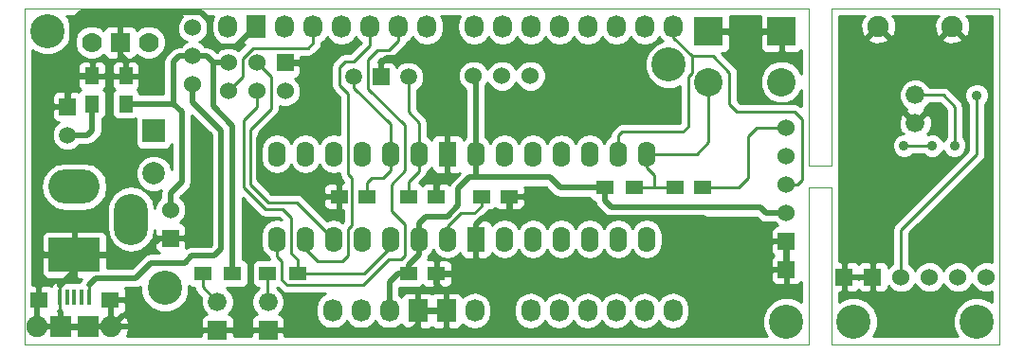
<source format=gbl>
G04 #@! TF.FileFunction,Copper,L2,Bot,Signal*
%FSLAX46Y46*%
G04 Gerber Fmt 4.6, Leading zero omitted, Abs format (unit mm)*
G04 Created by KiCad (PCBNEW (2014-11-14 BZR 5284)-product) date Mon Dec  1 16:34:15 2014*
%MOMM*%
G01*
G04 APERTURE LIST*
%ADD10C,0.100000*%
%ADD11C,1.778000*%
%ADD12R,1.778000X1.778000*%
%ADD13R,2.540000X2.540000*%
%ADD14C,2.540000*%
%ADD15R,1.500000X1.300000*%
%ADD16C,3.048000*%
%ADD17R,4.572000X3.048000*%
%ADD18O,4.572000X3.048000*%
%ADD19O,3.048000X4.572000*%
%ADD20C,1.524000*%
%ADD21R,1.524000X1.524000*%
%ADD22O,1.727200X2.032000*%
%ADD23R,1.727200X2.032000*%
%ADD24C,1.676400*%
%ADD25R,1.676400X1.676400*%
%ADD26R,1.500000X1.250000*%
%ADD27R,1.250000X1.500000*%
%ADD28O,1.574800X2.286000*%
%ADD29R,1.574800X2.286000*%
%ADD30R,0.406400X1.371600*%
%ADD31R,1.600200X1.422400*%
%ADD32R,1.905000X1.905000*%
%ADD33C,1.905000*%
%ADD34C,1.501140*%
%ADD35R,1.501140X1.501140*%
%ADD36C,1.998980*%
%ADD37R,1.998980X1.998980*%
%ADD38C,0.900000*%
%ADD39C,0.500000*%
%ADD40C,0.254000*%
%ADD41C,0.250000*%
G04 APERTURE END LIST*
D10*
X102000000Y-46000000D02*
X102000000Y-60000000D01*
X100000000Y-46000000D02*
X102000000Y-46000000D01*
X100000000Y-60000000D02*
X100000000Y-46000000D01*
X102000000Y-44000000D02*
X102000000Y-30000000D01*
X100000000Y-44000000D02*
X102000000Y-44000000D01*
X100000000Y-30000000D02*
X100000000Y-44000000D01*
X117000000Y-60000000D02*
X102000000Y-60000000D01*
X117000000Y-30000000D02*
X117000000Y-60000000D01*
X102000000Y-30000000D02*
X117000000Y-30000000D01*
X30000000Y-60000000D02*
X30000000Y-30000000D01*
X100000000Y-60000000D02*
X30000000Y-60000000D01*
X30000000Y-30000000D02*
X100000000Y-30000000D01*
D11*
X35960000Y-33000000D03*
D12*
X38500000Y-33000000D03*
D11*
X41040000Y-33000000D03*
D13*
X97550000Y-32050000D03*
D14*
X91050000Y-36550000D03*
X97550000Y-36550000D03*
D13*
X91050000Y-32050000D03*
D15*
X54350000Y-53700000D03*
X51650000Y-53700000D03*
X45850000Y-53700000D03*
X48550000Y-53700000D03*
X81750000Y-46000000D03*
X84450000Y-46000000D03*
D16*
X98000000Y-58000000D03*
X42500000Y-55000000D03*
D17*
X34400000Y-52000000D03*
D18*
X34400000Y-45904000D03*
D19*
X39480000Y-48825000D03*
D20*
X48160000Y-37370000D03*
X48160000Y-34830000D03*
X50700000Y-37370000D03*
X50700000Y-34830000D03*
X53240000Y-37370000D03*
D21*
X53240000Y-34830000D03*
D22*
X65890000Y-31600000D03*
X63350000Y-31600000D03*
X60810000Y-31600000D03*
X58270000Y-31600000D03*
X55730000Y-31600000D03*
X53190000Y-31600000D03*
D23*
X50650000Y-31600000D03*
D22*
X48110000Y-31600000D03*
X87890000Y-31600000D03*
X85350000Y-31600000D03*
X82810000Y-31600000D03*
X80270000Y-31600000D03*
X77730000Y-31600000D03*
X75190000Y-31600000D03*
X72650000Y-31600000D03*
X70110000Y-31600000D03*
X75150000Y-57000000D03*
X77690000Y-57000000D03*
X80230000Y-57000000D03*
X82770000Y-57000000D03*
X85310000Y-57000000D03*
X87850000Y-57000000D03*
X57450000Y-57000000D03*
X59990000Y-57000000D03*
X62530000Y-57000000D03*
D23*
X65070000Y-57000000D03*
X67610000Y-57000000D03*
D22*
X70150000Y-57000000D03*
D20*
X45000000Y-31710000D03*
X45000000Y-34250000D03*
X45000000Y-36790000D03*
D24*
X51700000Y-56230000D03*
D25*
X51700000Y-58770000D03*
D24*
X47200000Y-56230000D03*
D25*
X47200000Y-58770000D03*
D26*
X60550000Y-46800000D03*
X58050000Y-46800000D03*
X64250000Y-46800000D03*
X66750000Y-46800000D03*
X88050000Y-46000000D03*
X90550000Y-46000000D03*
X70750000Y-46800000D03*
X73250000Y-46800000D03*
D27*
X39000000Y-38500000D03*
X39000000Y-36000000D03*
X36000000Y-36000000D03*
X36000000Y-38500000D03*
D26*
X64250000Y-53700000D03*
X66750000Y-53700000D03*
D28*
X82970000Y-42990000D03*
X80430000Y-42990000D03*
X77890000Y-42990000D03*
X75350000Y-42990000D03*
X72810000Y-42990000D03*
X70270000Y-42990000D03*
D29*
X67730000Y-42990000D03*
D28*
X65190000Y-42990000D03*
X62650000Y-42990000D03*
X60110000Y-42990000D03*
X57570000Y-42990000D03*
X55030000Y-42990000D03*
X52490000Y-42990000D03*
X85510000Y-42990000D03*
X52490000Y-50610000D03*
X55030000Y-50610000D03*
X57570000Y-50610000D03*
X60110000Y-50610000D03*
X62650000Y-50610000D03*
X65190000Y-50610000D03*
X67730000Y-50610000D03*
D29*
X70270000Y-50610000D03*
D28*
X72810000Y-50610000D03*
X75350000Y-50610000D03*
X77890000Y-50610000D03*
X80430000Y-50610000D03*
X82970000Y-50610000D03*
X85510000Y-50610000D03*
D21*
X98000000Y-53350000D03*
X98000000Y-50810000D03*
D20*
X98000000Y-48270000D03*
X98000000Y-45730000D03*
X98000000Y-43190000D03*
X98000000Y-40650000D03*
D30*
X34400000Y-55800000D03*
X33749760Y-55800000D03*
X33099520Y-55800000D03*
X35050240Y-55800000D03*
X35700480Y-55800000D03*
D31*
X37575000Y-56054000D03*
X31225000Y-56054000D03*
D32*
X35606500Y-58467000D03*
X33193500Y-58467000D03*
D33*
X37702000Y-58467000D03*
X31098000Y-58467000D03*
D34*
X64240940Y-36100000D03*
X59359060Y-36100000D03*
D35*
X61800000Y-36100000D03*
D36*
X41500000Y-44750000D03*
D37*
X41500000Y-40940000D03*
D16*
X32000000Y-32000000D03*
X87500000Y-35000000D03*
D20*
X70060000Y-36000000D03*
X72600000Y-36000000D03*
X75140000Y-36000000D03*
D35*
X33800000Y-38760000D03*
D34*
X33800000Y-41300000D03*
D24*
X109500000Y-37730000D03*
X109500000Y-40270000D03*
D21*
X103150000Y-54000000D03*
X105690000Y-54000000D03*
D20*
X108230000Y-54000000D03*
X110770000Y-54000000D03*
X113310000Y-54000000D03*
X115850000Y-54000000D03*
D33*
X112802000Y-31583000D03*
X106198000Y-31583000D03*
D16*
X115000000Y-58000000D03*
X104000000Y-58000000D03*
D21*
X43000000Y-50520000D03*
D20*
X43000000Y-47980000D03*
D38*
X115000000Y-37750000D03*
X113000000Y-42250000D03*
X111000000Y-42250000D03*
X108500000Y-42250000D03*
D39*
X43000000Y-46500000D02*
X44000000Y-45500000D01*
X43000000Y-47980000D02*
X43000000Y-46500000D01*
X62530000Y-57000000D02*
X62530000Y-54470000D01*
X63300000Y-53700000D02*
X64250000Y-53700000D01*
X62530000Y-54470000D02*
X63300000Y-53700000D01*
X45000000Y-34250000D02*
X45288800Y-34250000D01*
X64250000Y-53196800D02*
X64250000Y-53700000D01*
X81750000Y-46000000D02*
X81750000Y-46376000D01*
X70270000Y-42990000D02*
X70270000Y-36210000D01*
X70270000Y-36210000D02*
X70060000Y-36000000D01*
X70270000Y-42990000D02*
X70270000Y-45092150D01*
X70270000Y-45092150D02*
X76892150Y-45092150D01*
X65190000Y-49210000D02*
X65190000Y-50610000D01*
X65800000Y-48600000D02*
X65190000Y-49210000D01*
X67700000Y-48600000D02*
X65800000Y-48600000D01*
X68700000Y-47600000D02*
X67700000Y-48600000D01*
X69692150Y-45092150D02*
X70270000Y-45092150D01*
X69692150Y-45092150D02*
X68700000Y-46084300D01*
X68700000Y-46084300D02*
X68700000Y-47600000D01*
X64250000Y-52950000D02*
X65190000Y-52010000D01*
X65190000Y-52010000D02*
X65190000Y-50610000D01*
X64250000Y-53700000D02*
X64250000Y-52950000D01*
X46830000Y-34830000D02*
X48160000Y-34830000D01*
X46250000Y-34250000D02*
X46830000Y-34830000D01*
X45000000Y-34250000D02*
X46250000Y-34250000D01*
X46830000Y-38730000D02*
X46830000Y-34830000D01*
X81750000Y-47150000D02*
X82400000Y-47800000D01*
X82400000Y-47800000D02*
X95700000Y-47800000D01*
X95700000Y-47800000D02*
X96170000Y-48270000D01*
X96170000Y-48270000D02*
X98000000Y-48270000D01*
X81750000Y-46000000D02*
X81750000Y-47150000D01*
X77800000Y-46000000D02*
X76892150Y-45092150D01*
X81750000Y-46000000D02*
X77800000Y-46000000D01*
X48550000Y-40450000D02*
X46830000Y-38730000D01*
X48550000Y-53700000D02*
X48550000Y-40450000D01*
X43250000Y-38500000D02*
X39000000Y-38500000D01*
X43750000Y-34250000D02*
X43250000Y-34750000D01*
X43250000Y-34750000D02*
X43250000Y-38500000D01*
X45000000Y-34250000D02*
X43750000Y-34250000D01*
X44000000Y-45500000D02*
X44000000Y-39250000D01*
X44000000Y-39250000D02*
X43250000Y-38500000D01*
X51700000Y-58770000D02*
X64530000Y-58770000D01*
X65070000Y-58230000D02*
X65070000Y-57000000D01*
X64530000Y-58770000D02*
X65070000Y-58230000D01*
X70270000Y-50610000D02*
X70270000Y-52930000D01*
X70270000Y-52930000D02*
X69500000Y-53700000D01*
X66750000Y-53700000D02*
X66750000Y-54650000D01*
X67610000Y-55510000D02*
X67610000Y-57000000D01*
X66750000Y-54650000D02*
X67610000Y-55510000D01*
X65070000Y-57000000D02*
X67610000Y-57000000D01*
X66750000Y-53700000D02*
X67315700Y-53700000D01*
D40*
X33099500Y-56054000D02*
X33099500Y-55800000D01*
D39*
X98000000Y-50810000D02*
X98000000Y-53350000D01*
X66750000Y-46800000D02*
X66750000Y-45793700D01*
X67730000Y-42990000D02*
X67730000Y-44813700D01*
X67730000Y-44813700D02*
X66750000Y-45793700D01*
D40*
X33099500Y-56333500D02*
X33099500Y-56054000D01*
D39*
X37575000Y-57870200D02*
X37537100Y-57870200D01*
X37702000Y-57997200D02*
X37575000Y-57870200D01*
X69500000Y-53700000D02*
X66750000Y-53700000D01*
X61800000Y-34900000D02*
X62300000Y-34400000D01*
X62300000Y-34400000D02*
X66600000Y-34400000D01*
X66600000Y-34400000D02*
X67730000Y-35530000D01*
X67730000Y-35530000D02*
X67730000Y-42990000D01*
X61800000Y-36100000D02*
X61800000Y-34900000D01*
X31700000Y-52000000D02*
X34400000Y-52000000D01*
X31100000Y-51400000D02*
X31700000Y-52000000D01*
X31100000Y-40200000D02*
X31100000Y-51400000D01*
X32540000Y-38760000D02*
X31100000Y-40200000D01*
X33800000Y-38760000D02*
X32540000Y-38760000D01*
X38500000Y-34100000D02*
X39000000Y-34600000D01*
X39000000Y-34600000D02*
X39000000Y-36000000D01*
X38500000Y-33000000D02*
X38500000Y-34100000D01*
X55330000Y-34830000D02*
X56300000Y-35800000D01*
X53240000Y-34830000D02*
X55330000Y-34830000D01*
X31098000Y-56181000D02*
X31225000Y-56054000D01*
X31098000Y-58467000D02*
X31098000Y-56181000D01*
X31098000Y-58467000D02*
X33193500Y-58467000D01*
X37702000Y-58467000D02*
X35606500Y-58467000D01*
X35606500Y-58467000D02*
X33193500Y-58467000D01*
X37702000Y-56181000D02*
X37575000Y-56054000D01*
X37702000Y-58467000D02*
X37702000Y-56181000D01*
X33193500Y-57193500D02*
X33099520Y-57099520D01*
D40*
X33099520Y-57099520D02*
X33099520Y-55800000D01*
D39*
X33193500Y-58467000D02*
X33193500Y-57193500D01*
X34400000Y-53500000D02*
X34400000Y-52000000D01*
X33099520Y-54800480D02*
X34400000Y-53500000D01*
D40*
X33099520Y-55800000D02*
X33099520Y-54800480D01*
D39*
X92710000Y-50810000D02*
X90600000Y-48700000D01*
X73250000Y-48700000D02*
X70900000Y-48700000D01*
X90600000Y-48700000D02*
X73250000Y-48700000D01*
X70900000Y-48700000D02*
X70270000Y-49330000D01*
X70270000Y-49330000D02*
X70270000Y-50610000D01*
X98000000Y-50810000D02*
X92710000Y-50810000D01*
X73250000Y-46800000D02*
X73250000Y-48700000D01*
X55600000Y-46800000D02*
X54900000Y-46100000D01*
X54900000Y-46100000D02*
X51800000Y-46100000D01*
X51800000Y-46100000D02*
X50900000Y-45200000D01*
X50900000Y-45200000D02*
X50900000Y-41600000D01*
X50900000Y-41600000D02*
X51900000Y-40600000D01*
X51900000Y-40600000D02*
X55400000Y-40600000D01*
X55400000Y-40600000D02*
X56300000Y-39700000D01*
X56300000Y-39700000D02*
X56300000Y-35800000D01*
X58050000Y-46800000D02*
X55600000Y-46800000D01*
X45759200Y-30359200D02*
X46500000Y-31100000D01*
X46500000Y-31100000D02*
X46500000Y-32900000D01*
X46500000Y-32900000D02*
X47000000Y-33400000D01*
X47000000Y-33400000D02*
X48850000Y-33400000D01*
X48850000Y-33400000D02*
X50650000Y-31600000D01*
X38500000Y-30359200D02*
X45759200Y-30359200D01*
X38500000Y-33000000D02*
X38500000Y-30359200D01*
X36000000Y-36000000D02*
X34200000Y-36000000D01*
X34200000Y-31200000D02*
X35040800Y-30359200D01*
X35040800Y-30359200D02*
X38500000Y-30359200D01*
X34200000Y-31200000D02*
X34200000Y-36000000D01*
X33800000Y-36400000D02*
X34200000Y-36000000D01*
X33800000Y-38760000D02*
X33800000Y-36400000D01*
X97550000Y-32050000D02*
X91050000Y-32050000D01*
X51700000Y-58770000D02*
X47200000Y-58770000D01*
X42270000Y-58770000D02*
X41967000Y-58467000D01*
X41967000Y-58467000D02*
X37702000Y-58467000D01*
X47200000Y-58770000D02*
X42270000Y-58770000D01*
X40500000Y-52000000D02*
X34400000Y-52000000D01*
X41980000Y-50520000D02*
X40500000Y-52000000D01*
X43000000Y-50520000D02*
X41980000Y-50520000D01*
X36000000Y-40900000D02*
X35600000Y-41300000D01*
X35600000Y-41300000D02*
X33800000Y-41300000D01*
X36000000Y-38500000D02*
X36000000Y-40900000D01*
D41*
X91050000Y-41950000D02*
X91050000Y-36550000D01*
X90010000Y-42990000D02*
X91050000Y-41950000D01*
X85510000Y-42990000D02*
X90010000Y-42990000D01*
X86200000Y-46000000D02*
X88050000Y-46000000D01*
X84450000Y-46000000D02*
X86200000Y-46000000D01*
X86200000Y-44900000D02*
X86200000Y-46000000D01*
X85510000Y-44210000D02*
X86200000Y-44900000D01*
X85510000Y-42990000D02*
X85510000Y-44210000D01*
X95350000Y-40650000D02*
X94600000Y-41400000D01*
X94600000Y-41400000D02*
X94600000Y-45100000D01*
X98000000Y-40650000D02*
X95350000Y-40650000D01*
X93700000Y-46000000D02*
X94600000Y-45100000D01*
X90550000Y-46000000D02*
X93700000Y-46000000D01*
X47200000Y-56230000D02*
X45850000Y-54880000D01*
X45850000Y-54880000D02*
X45850000Y-53700000D01*
X51700000Y-56230000D02*
X51650000Y-56180000D01*
X51650000Y-56180000D02*
X51650000Y-53700000D01*
D39*
X45000000Y-36790000D02*
X45000000Y-38400000D01*
X41250000Y-52750000D02*
X39900000Y-54100000D01*
X46900000Y-52100000D02*
X46000000Y-52100000D01*
X47500000Y-51500000D02*
X46900000Y-52100000D01*
X47500000Y-40900000D02*
X47500000Y-51500000D01*
X45000000Y-38400000D02*
X47500000Y-40900000D01*
X35700480Y-54699520D02*
X36300000Y-54100000D01*
X36300000Y-54100000D02*
X39900000Y-54100000D01*
D40*
X35700480Y-55800000D02*
X35700480Y-54699520D01*
D39*
X44900000Y-52100000D02*
X44250000Y-52750000D01*
X44250000Y-52750000D02*
X41250000Y-52750000D01*
X46000000Y-52100000D02*
X44900000Y-52100000D01*
D41*
X70750000Y-46800000D02*
X70750000Y-47303100D01*
X67730000Y-49470000D02*
X68900000Y-48300000D01*
X68900000Y-48300000D02*
X70100000Y-48300000D01*
X70100000Y-48300000D02*
X70750000Y-47650000D01*
X70750000Y-47650000D02*
X70750000Y-46800000D01*
X67730000Y-50610000D02*
X67730000Y-49470000D01*
X89540000Y-34240000D02*
X91430000Y-34240000D01*
X99400000Y-39900000D02*
X98720000Y-39220000D01*
X98720000Y-39220000D02*
X93590000Y-39220000D01*
X92920000Y-38550000D02*
X92920000Y-35730000D01*
X93590000Y-39220000D02*
X92920000Y-38550000D01*
X99400000Y-39900000D02*
X99400000Y-45300000D01*
X98970000Y-45730000D02*
X98000000Y-45730000D01*
X99400000Y-45300000D02*
X98970000Y-45730000D01*
X91430000Y-34240000D02*
X92920000Y-35730000D01*
X89540000Y-35780000D02*
X89540000Y-34240000D01*
X89540000Y-34240000D02*
X87890000Y-32590000D01*
X87890000Y-32590000D02*
X87890000Y-31600000D01*
X82970000Y-42990000D02*
X82970000Y-41370000D01*
X89200000Y-36120000D02*
X89540000Y-35780000D01*
X89200000Y-40570000D02*
X89200000Y-36120000D01*
X88770000Y-41000000D02*
X89200000Y-40570000D01*
X83340000Y-41000000D02*
X88770000Y-41000000D01*
X82970000Y-41370000D02*
X83340000Y-41000000D01*
X77890000Y-41910000D02*
X77890000Y-42990000D01*
X61500000Y-33700000D02*
X60643200Y-34556800D01*
X60643200Y-34556800D02*
X60643200Y-37143200D01*
X60643200Y-37143200D02*
X63900000Y-40400000D01*
X63900000Y-40400000D02*
X63900000Y-44500000D01*
X63900000Y-44500000D02*
X62700000Y-45700000D01*
X62700000Y-45700000D02*
X62700000Y-48070500D01*
X62700000Y-48070500D02*
X63900000Y-49270500D01*
X62500000Y-52400000D02*
X60167000Y-54733000D01*
X60167000Y-54733000D02*
X53439100Y-54733000D01*
X53439100Y-54733000D02*
X52950800Y-54244700D01*
X52950800Y-54244700D02*
X52950800Y-52595100D01*
X52950800Y-52595100D02*
X52490000Y-52134300D01*
X52490000Y-50610000D02*
X52490000Y-52134300D01*
X63350000Y-32850000D02*
X62500000Y-33700000D01*
X62500000Y-33700000D02*
X61500000Y-33700000D01*
X63350000Y-31600000D02*
X63350000Y-32850000D01*
X63900000Y-52100000D02*
X63600000Y-52400000D01*
X63600000Y-52400000D02*
X62500000Y-52400000D01*
X63900000Y-49270500D02*
X63900000Y-52100000D01*
X58550000Y-34750000D02*
X58100000Y-35200000D01*
X58100000Y-35200000D02*
X58100000Y-36850000D01*
X58100000Y-36850000D02*
X58840000Y-37590000D01*
X58840000Y-37590000D02*
X58840000Y-44818500D01*
X58840000Y-44818500D02*
X59201800Y-45180300D01*
X59201800Y-45180300D02*
X59201800Y-49333600D01*
X59201800Y-49333600D02*
X58840000Y-49695400D01*
X56100000Y-52600000D02*
X58300000Y-52600000D01*
X58300000Y-52600000D02*
X58840000Y-52060000D01*
X58840000Y-52060000D02*
X58840000Y-49695400D01*
X55030000Y-51530000D02*
X56100000Y-52600000D01*
X55030000Y-50610000D02*
X55030000Y-51530000D01*
X60810000Y-33290000D02*
X59350000Y-34750000D01*
X59350000Y-34750000D02*
X58550000Y-34750000D01*
X60810000Y-31600000D02*
X60810000Y-33290000D01*
X57570000Y-50610000D02*
X54260000Y-47300000D01*
X51970000Y-36100000D02*
X50700000Y-34830000D01*
X51970000Y-38930000D02*
X50100000Y-40800000D01*
X50100000Y-40800000D02*
X50100000Y-45700000D01*
X50100000Y-45700000D02*
X51700000Y-47300000D01*
X51700000Y-47300000D02*
X54260000Y-47300000D01*
X51970000Y-36100000D02*
X51970000Y-38930000D01*
X49430000Y-34438400D02*
X50355200Y-33513200D01*
X49430000Y-36100000D02*
X49430000Y-34438400D01*
X48160000Y-37370000D02*
X49430000Y-36100000D01*
X55286800Y-33513200D02*
X55730000Y-33070000D01*
X55730000Y-33070000D02*
X55730000Y-31600000D01*
X50355200Y-33513200D02*
X55286800Y-33513200D01*
X62650000Y-51350000D02*
X62650000Y-50610000D01*
X60300000Y-53700000D02*
X62650000Y-51350000D01*
X54350000Y-53700000D02*
X60300000Y-53700000D01*
X53800000Y-51900000D02*
X54350000Y-52450000D01*
X54350000Y-52450000D02*
X54350000Y-53700000D01*
X53800000Y-48700000D02*
X53800000Y-51900000D01*
X50700000Y-38800000D02*
X49500000Y-40000000D01*
X49500000Y-40000000D02*
X49500000Y-45950000D01*
X49500000Y-45950000D02*
X51450000Y-47900000D01*
X51450000Y-47900000D02*
X53000000Y-47900000D01*
X53000000Y-47900000D02*
X53800000Y-48700000D01*
X50700000Y-37370000D02*
X50700000Y-38800000D01*
X64240940Y-36100000D02*
X64240940Y-39240940D01*
X64240940Y-39240940D02*
X65190000Y-40190000D01*
X65190000Y-40190000D02*
X65190000Y-42990000D01*
X64250000Y-46800000D02*
X64250000Y-45454300D01*
X64250000Y-45454300D02*
X65190000Y-44514300D01*
X65190000Y-42990000D02*
X65190000Y-44514300D01*
X62650000Y-42990000D02*
X62204500Y-42990000D01*
X62650000Y-44450000D02*
X62000000Y-45100000D01*
X62000000Y-45100000D02*
X61000000Y-45100000D01*
X61000000Y-45100000D02*
X60550000Y-45550000D01*
X60550000Y-45550000D02*
X60550000Y-46800000D01*
X62650000Y-42990000D02*
X62650000Y-44450000D01*
X62650000Y-40350000D02*
X59359060Y-37059060D01*
X59359060Y-37059060D02*
X59359060Y-36100000D01*
X62650000Y-42990000D02*
X62650000Y-40350000D01*
X115000000Y-43000000D02*
X108230000Y-49770000D01*
X108230000Y-49770000D02*
X108230000Y-54000000D01*
X115000000Y-37750000D02*
X115000000Y-43000000D01*
X113000000Y-38750000D02*
X111980000Y-37730000D01*
X111980000Y-37730000D02*
X109500000Y-37730000D01*
X113000000Y-42250000D02*
X113000000Y-38750000D01*
X111000000Y-42250000D02*
X108500000Y-42250000D01*
D40*
G36*
X31291747Y-58481142D02*
X31112142Y-58660747D01*
X31098000Y-58646605D01*
X31083857Y-58660747D01*
X30904252Y-58481142D01*
X30918395Y-58467000D01*
X30904252Y-58452857D01*
X31083857Y-58273252D01*
X31098000Y-58287395D01*
X31112142Y-58273252D01*
X31291747Y-58452857D01*
X31277605Y-58467000D01*
X31291747Y-58481142D01*
X31291747Y-58481142D01*
G37*
X31291747Y-58481142D02*
X31112142Y-58660747D01*
X31098000Y-58646605D01*
X31083857Y-58660747D01*
X30904252Y-58481142D01*
X30918395Y-58467000D01*
X30904252Y-58452857D01*
X31083857Y-58273252D01*
X31098000Y-58287395D01*
X31112142Y-58273252D01*
X31291747Y-58452857D01*
X31277605Y-58467000D01*
X31291747Y-58481142D01*
G36*
X35753500Y-58594000D02*
X35733500Y-58594000D01*
X35733500Y-58614000D01*
X35479500Y-58614000D01*
X35479500Y-58594000D01*
X34622250Y-58594000D01*
X34177750Y-58594000D01*
X33320500Y-58594000D01*
X33320500Y-58614000D01*
X33066500Y-58614000D01*
X33066500Y-58594000D01*
X33046500Y-58594000D01*
X33046500Y-58340000D01*
X33066500Y-58340000D01*
X33066500Y-58320000D01*
X33320500Y-58320000D01*
X33320500Y-58340000D01*
X34177750Y-58340000D01*
X34622250Y-58340000D01*
X35479500Y-58340000D01*
X35479500Y-58320000D01*
X35733500Y-58320000D01*
X35733500Y-58340000D01*
X35753500Y-58340000D01*
X35753500Y-58594000D01*
X35753500Y-58594000D01*
G37*
X35753500Y-58594000D02*
X35733500Y-58594000D01*
X35733500Y-58614000D01*
X35479500Y-58614000D01*
X35479500Y-58594000D01*
X34622250Y-58594000D01*
X34177750Y-58594000D01*
X33320500Y-58594000D01*
X33320500Y-58614000D01*
X33066500Y-58614000D01*
X33066500Y-58594000D01*
X33046500Y-58594000D01*
X33046500Y-58340000D01*
X33066500Y-58340000D01*
X33066500Y-58320000D01*
X33320500Y-58320000D01*
X33320500Y-58340000D01*
X34177750Y-58340000D01*
X34622250Y-58340000D01*
X35479500Y-58340000D01*
X35479500Y-58320000D01*
X35733500Y-58320000D01*
X35733500Y-58340000D01*
X35753500Y-58340000D01*
X35753500Y-58594000D01*
G36*
X46615000Y-51133420D02*
X46533420Y-51215000D01*
X46000000Y-51215000D01*
X44900005Y-51215000D01*
X44900000Y-51214999D01*
X44617515Y-51271189D01*
X44561325Y-51282367D01*
X44397000Y-51392164D01*
X44397000Y-50805750D01*
X44238250Y-50647000D01*
X43127000Y-50647000D01*
X43127000Y-50667000D01*
X42873000Y-50667000D01*
X42873000Y-50647000D01*
X41761750Y-50647000D01*
X41603000Y-50805750D01*
X41603000Y-51408309D01*
X41699673Y-51641698D01*
X41878301Y-51820327D01*
X41986151Y-51865000D01*
X41250000Y-51865000D01*
X40911325Y-51932367D01*
X40624210Y-52124210D01*
X40624207Y-52124213D01*
X39533420Y-53215000D01*
X37321000Y-53215000D01*
X37321000Y-52285750D01*
X37321000Y-51714250D01*
X37321000Y-50349691D01*
X37224327Y-50116302D01*
X37045699Y-49937673D01*
X36812310Y-49841000D01*
X36559691Y-49841000D01*
X34685750Y-49841000D01*
X34527000Y-49999750D01*
X34527000Y-51873000D01*
X37162250Y-51873000D01*
X37321000Y-51714250D01*
X37321000Y-52285750D01*
X37162250Y-52127000D01*
X34527000Y-52127000D01*
X34527000Y-54000250D01*
X34685750Y-54159000D01*
X35017714Y-54159000D01*
X34882847Y-54360846D01*
X34859304Y-54479200D01*
X34729510Y-54479200D01*
X34720731Y-54479200D01*
X34476891Y-54479200D01*
X34273000Y-54479200D01*
X34273000Y-54000250D01*
X34273000Y-52127000D01*
X34273000Y-51873000D01*
X34273000Y-49999750D01*
X34114250Y-49841000D01*
X32240309Y-49841000D01*
X31987690Y-49841000D01*
X31754301Y-49937673D01*
X31575673Y-50116302D01*
X31479000Y-50349691D01*
X31479000Y-51714250D01*
X31637750Y-51873000D01*
X34273000Y-51873000D01*
X34273000Y-52127000D01*
X31637750Y-52127000D01*
X31479000Y-52285750D01*
X31479000Y-53650309D01*
X31575673Y-53883698D01*
X31754301Y-54062327D01*
X31987690Y-54159000D01*
X32240309Y-54159000D01*
X34114250Y-54159000D01*
X34273000Y-54000250D01*
X34273000Y-54479200D01*
X34079270Y-54479200D01*
X34070491Y-54479200D01*
X33826651Y-54479200D01*
X33429030Y-54479200D01*
X33420251Y-54479200D01*
X33359870Y-54479200D01*
X33317174Y-54521895D01*
X33186862Y-54575873D01*
X33008233Y-54754501D01*
X32997920Y-54779398D01*
X32997920Y-54637950D01*
X32839170Y-54479200D01*
X32770010Y-54479200D01*
X32536621Y-54575873D01*
X32357993Y-54754502D01*
X32344251Y-54787677D01*
X32151410Y-54707800D01*
X31898791Y-54707800D01*
X31510750Y-54707800D01*
X31352000Y-54866550D01*
X31352000Y-55927000D01*
X31372000Y-55927000D01*
X31372000Y-56181000D01*
X31352000Y-56181000D01*
X31352000Y-56201000D01*
X31098000Y-56201000D01*
X31098000Y-56181000D01*
X31078000Y-56181000D01*
X31078000Y-55927000D01*
X31098000Y-55927000D01*
X31098000Y-54866550D01*
X30939250Y-54707800D01*
X30685000Y-54707800D01*
X30685000Y-33738657D01*
X30775428Y-33829244D01*
X31568664Y-34158624D01*
X32427567Y-34159374D01*
X33221377Y-33831378D01*
X33829244Y-33224572D01*
X34158624Y-32431336D01*
X34159374Y-31572433D01*
X33831378Y-30778623D01*
X33737918Y-30685000D01*
X44049407Y-30685000D01*
X43816371Y-30917630D01*
X43603243Y-31430900D01*
X43602758Y-31986661D01*
X43814990Y-32500303D01*
X44207630Y-32893629D01*
X44415512Y-32979949D01*
X44209697Y-33064990D01*
X43909162Y-33365000D01*
X43750005Y-33365000D01*
X43750000Y-33364999D01*
X43467515Y-33421189D01*
X43411325Y-33432367D01*
X43124210Y-33624210D01*
X43124207Y-33624213D01*
X42624210Y-34124210D01*
X42564264Y-34213926D01*
X42564264Y-32698188D01*
X42332738Y-32137851D01*
X41904404Y-31708769D01*
X41344472Y-31476265D01*
X40738188Y-31475736D01*
X40177851Y-31707262D01*
X39987707Y-31897073D01*
X39927327Y-31751302D01*
X39748699Y-31572673D01*
X39515310Y-31476000D01*
X39262691Y-31476000D01*
X38785750Y-31476000D01*
X38627000Y-31634750D01*
X38627000Y-32873000D01*
X38647000Y-32873000D01*
X38647000Y-33127000D01*
X38627000Y-33127000D01*
X38627000Y-34365250D01*
X38785750Y-34524000D01*
X39262691Y-34524000D01*
X39515310Y-34524000D01*
X39748699Y-34427327D01*
X39927327Y-34248698D01*
X39987681Y-34102988D01*
X40175596Y-34291231D01*
X40735528Y-34523735D01*
X41341812Y-34524264D01*
X41902149Y-34292738D01*
X42331231Y-33864404D01*
X42563735Y-33304472D01*
X42564264Y-32698188D01*
X42564264Y-34213926D01*
X42432367Y-34411325D01*
X42421189Y-34467515D01*
X42364999Y-34750000D01*
X42365000Y-34750005D01*
X42365000Y-37615000D01*
X40256400Y-37615000D01*
X40163327Y-37390302D01*
X40023025Y-37250000D01*
X40163327Y-37109698D01*
X40260000Y-36876309D01*
X40260000Y-36285750D01*
X40260000Y-35714250D01*
X40260000Y-35123691D01*
X40163327Y-34890302D01*
X39984699Y-34711673D01*
X39751310Y-34615000D01*
X39498691Y-34615000D01*
X39285750Y-34615000D01*
X39127000Y-34773750D01*
X39127000Y-35873000D01*
X40101250Y-35873000D01*
X40260000Y-35714250D01*
X40260000Y-36285750D01*
X40101250Y-36127000D01*
X39127000Y-36127000D01*
X39127000Y-36147000D01*
X38873000Y-36147000D01*
X38873000Y-36127000D01*
X38873000Y-35873000D01*
X38873000Y-34773750D01*
X38714250Y-34615000D01*
X38501309Y-34615000D01*
X38373000Y-34615000D01*
X38373000Y-34365250D01*
X38373000Y-33127000D01*
X38353000Y-33127000D01*
X38353000Y-32873000D01*
X38373000Y-32873000D01*
X38373000Y-31634750D01*
X38214250Y-31476000D01*
X37737309Y-31476000D01*
X37484690Y-31476000D01*
X37251301Y-31572673D01*
X37072673Y-31751302D01*
X37012318Y-31897011D01*
X36824404Y-31708769D01*
X36264472Y-31476265D01*
X35658188Y-31475736D01*
X35097851Y-31707262D01*
X34668769Y-32135596D01*
X34436265Y-32695528D01*
X34435736Y-33301812D01*
X34667262Y-33862149D01*
X35095596Y-34291231D01*
X35655528Y-34523735D01*
X36261812Y-34524264D01*
X36822149Y-34292738D01*
X37012292Y-34102926D01*
X37072673Y-34248698D01*
X37251301Y-34427327D01*
X37484690Y-34524000D01*
X37737309Y-34524000D01*
X38214250Y-34524000D01*
X38373000Y-34365250D01*
X38373000Y-34615000D01*
X38248690Y-34615000D01*
X38015301Y-34711673D01*
X37836673Y-34890302D01*
X37740000Y-35123691D01*
X37740000Y-35714250D01*
X37898750Y-35873000D01*
X38873000Y-35873000D01*
X38873000Y-36127000D01*
X37898750Y-36127000D01*
X37740000Y-36285750D01*
X37740000Y-36876309D01*
X37836673Y-37109698D01*
X37976974Y-37250000D01*
X37836673Y-37390301D01*
X37740000Y-37623690D01*
X37740000Y-37876309D01*
X37740000Y-39376309D01*
X37836673Y-39609698D01*
X38015301Y-39788327D01*
X38248690Y-39885000D01*
X38501309Y-39885000D01*
X39751309Y-39885000D01*
X39865510Y-39837696D01*
X39865510Y-40066819D01*
X39865510Y-42065799D01*
X39962183Y-42299188D01*
X40140811Y-42477817D01*
X40374200Y-42574490D01*
X40626819Y-42574490D01*
X42625799Y-42574490D01*
X42859188Y-42477817D01*
X43037817Y-42299189D01*
X43115000Y-42112852D01*
X43115000Y-44378449D01*
X42886462Y-43825345D01*
X42427073Y-43365154D01*
X41826547Y-43115794D01*
X41176306Y-43115226D01*
X40575345Y-43363538D01*
X40115154Y-43822927D01*
X39865794Y-44423453D01*
X39865226Y-45073694D01*
X40113538Y-45674655D01*
X40572927Y-46134846D01*
X41173453Y-46384206D01*
X41823694Y-46384774D01*
X42166058Y-46243311D01*
X42114999Y-46500000D01*
X42115000Y-46500005D01*
X42115000Y-46889521D01*
X41816371Y-47187630D01*
X41603243Y-47700900D01*
X41603134Y-47825464D01*
X41474656Y-47179560D01*
X41006644Y-46479130D01*
X40306214Y-46011118D01*
X39480000Y-45846774D01*
X38653786Y-46011118D01*
X37953356Y-46479130D01*
X37485344Y-47179560D01*
X37378226Y-47718079D01*
X37378226Y-45904000D01*
X37260000Y-45309637D01*
X37260000Y-39376310D01*
X37260000Y-39123691D01*
X37260000Y-37623691D01*
X37163327Y-37390302D01*
X37023025Y-37250000D01*
X37163327Y-37109698D01*
X37260000Y-36876309D01*
X37260000Y-36285750D01*
X37260000Y-35714250D01*
X37260000Y-35123691D01*
X37163327Y-34890302D01*
X36984699Y-34711673D01*
X36751310Y-34615000D01*
X36498691Y-34615000D01*
X36285750Y-34615000D01*
X36127000Y-34773750D01*
X36127000Y-35873000D01*
X37101250Y-35873000D01*
X37260000Y-35714250D01*
X37260000Y-36285750D01*
X37101250Y-36127000D01*
X36127000Y-36127000D01*
X36127000Y-36147000D01*
X35873000Y-36147000D01*
X35873000Y-36127000D01*
X35873000Y-35873000D01*
X35873000Y-34773750D01*
X35714250Y-34615000D01*
X35501309Y-34615000D01*
X35248690Y-34615000D01*
X35015301Y-34711673D01*
X34836673Y-34890302D01*
X34740000Y-35123691D01*
X34740000Y-35714250D01*
X34898750Y-35873000D01*
X35873000Y-35873000D01*
X35873000Y-36127000D01*
X34898750Y-36127000D01*
X34740000Y-36285750D01*
X34740000Y-36876309D01*
X34836673Y-37109698D01*
X34976974Y-37250000D01*
X34836673Y-37390301D01*
X34818883Y-37433249D01*
X34676880Y-37374430D01*
X34424261Y-37374430D01*
X34085750Y-37374430D01*
X33927000Y-37533180D01*
X33927000Y-38633000D01*
X33947000Y-38633000D01*
X33947000Y-38887000D01*
X33927000Y-38887000D01*
X33927000Y-38907000D01*
X33673000Y-38907000D01*
X33673000Y-38887000D01*
X33673000Y-38633000D01*
X33673000Y-37533180D01*
X33514250Y-37374430D01*
X33175739Y-37374430D01*
X32923120Y-37374430D01*
X32689731Y-37471103D01*
X32511103Y-37649732D01*
X32414430Y-37883121D01*
X32414430Y-38474250D01*
X32573180Y-38633000D01*
X33673000Y-38633000D01*
X33673000Y-38887000D01*
X32573180Y-38887000D01*
X32414430Y-39045750D01*
X32414430Y-39636879D01*
X32511103Y-39870268D01*
X32689731Y-40048897D01*
X32923120Y-40145570D01*
X32995242Y-40145570D01*
X32626056Y-40514113D01*
X32414671Y-41023184D01*
X32414190Y-41574398D01*
X32624686Y-42083837D01*
X33014113Y-42473944D01*
X33523184Y-42685329D01*
X34074398Y-42685810D01*
X34583837Y-42475314D01*
X34874657Y-42185000D01*
X35599994Y-42185000D01*
X35600000Y-42185001D01*
X35600000Y-42185000D01*
X35882484Y-42128810D01*
X35938674Y-42117633D01*
X35938675Y-42117633D01*
X36225790Y-41925790D01*
X36625786Y-41525792D01*
X36625789Y-41525790D01*
X36625790Y-41525790D01*
X36817633Y-41238675D01*
X36885000Y-40900000D01*
X36885000Y-39829623D01*
X36984698Y-39788327D01*
X37163327Y-39609699D01*
X37260000Y-39376310D01*
X37260000Y-45309637D01*
X37213882Y-45077786D01*
X36745870Y-44377356D01*
X36045440Y-43909344D01*
X35219226Y-43745000D01*
X33580774Y-43745000D01*
X32754560Y-43909344D01*
X32054130Y-44377356D01*
X31586118Y-45077786D01*
X31421774Y-45904000D01*
X31586118Y-46730214D01*
X32054130Y-47430644D01*
X32754560Y-47898656D01*
X33580774Y-48063000D01*
X35219226Y-48063000D01*
X36045440Y-47898656D01*
X36745870Y-47430644D01*
X37213882Y-46730214D01*
X37378226Y-45904000D01*
X37378226Y-47718079D01*
X37321000Y-48005774D01*
X37321000Y-49644226D01*
X37485344Y-50470440D01*
X37953356Y-51170870D01*
X38653786Y-51638882D01*
X39480000Y-51803226D01*
X40306214Y-51638882D01*
X41006644Y-51170870D01*
X41474656Y-50470440D01*
X41603000Y-49825210D01*
X41603000Y-50234250D01*
X41761750Y-50393000D01*
X42873000Y-50393000D01*
X42873000Y-50373000D01*
X43127000Y-50373000D01*
X43127000Y-50393000D01*
X44238250Y-50393000D01*
X44397000Y-50234250D01*
X44397000Y-49631691D01*
X44300327Y-49398302D01*
X44121699Y-49219673D01*
X43888310Y-49123000D01*
X43832386Y-49123000D01*
X44183629Y-48772370D01*
X44396757Y-48259100D01*
X44397242Y-47703339D01*
X44185010Y-47189697D01*
X43885000Y-46889162D01*
X43885000Y-46866579D01*
X44625786Y-46125792D01*
X44625790Y-46125790D01*
X44625790Y-46125789D01*
X44753975Y-45933946D01*
X44817633Y-45838675D01*
X44817634Y-45838674D01*
X44885000Y-45500000D01*
X44885001Y-45500000D01*
X44885000Y-45499994D01*
X44885000Y-39536579D01*
X46615000Y-41266579D01*
X46615000Y-51133420D01*
X46615000Y-51133420D01*
G37*
X46615000Y-51133420D02*
X46533420Y-51215000D01*
X46000000Y-51215000D01*
X44900005Y-51215000D01*
X44900000Y-51214999D01*
X44617515Y-51271189D01*
X44561325Y-51282367D01*
X44397000Y-51392164D01*
X44397000Y-50805750D01*
X44238250Y-50647000D01*
X43127000Y-50647000D01*
X43127000Y-50667000D01*
X42873000Y-50667000D01*
X42873000Y-50647000D01*
X41761750Y-50647000D01*
X41603000Y-50805750D01*
X41603000Y-51408309D01*
X41699673Y-51641698D01*
X41878301Y-51820327D01*
X41986151Y-51865000D01*
X41250000Y-51865000D01*
X40911325Y-51932367D01*
X40624210Y-52124210D01*
X40624207Y-52124213D01*
X39533420Y-53215000D01*
X37321000Y-53215000D01*
X37321000Y-52285750D01*
X37321000Y-51714250D01*
X37321000Y-50349691D01*
X37224327Y-50116302D01*
X37045699Y-49937673D01*
X36812310Y-49841000D01*
X36559691Y-49841000D01*
X34685750Y-49841000D01*
X34527000Y-49999750D01*
X34527000Y-51873000D01*
X37162250Y-51873000D01*
X37321000Y-51714250D01*
X37321000Y-52285750D01*
X37162250Y-52127000D01*
X34527000Y-52127000D01*
X34527000Y-54000250D01*
X34685750Y-54159000D01*
X35017714Y-54159000D01*
X34882847Y-54360846D01*
X34859304Y-54479200D01*
X34729510Y-54479200D01*
X34720731Y-54479200D01*
X34476891Y-54479200D01*
X34273000Y-54479200D01*
X34273000Y-54000250D01*
X34273000Y-52127000D01*
X34273000Y-51873000D01*
X34273000Y-49999750D01*
X34114250Y-49841000D01*
X32240309Y-49841000D01*
X31987690Y-49841000D01*
X31754301Y-49937673D01*
X31575673Y-50116302D01*
X31479000Y-50349691D01*
X31479000Y-51714250D01*
X31637750Y-51873000D01*
X34273000Y-51873000D01*
X34273000Y-52127000D01*
X31637750Y-52127000D01*
X31479000Y-52285750D01*
X31479000Y-53650309D01*
X31575673Y-53883698D01*
X31754301Y-54062327D01*
X31987690Y-54159000D01*
X32240309Y-54159000D01*
X34114250Y-54159000D01*
X34273000Y-54000250D01*
X34273000Y-54479200D01*
X34079270Y-54479200D01*
X34070491Y-54479200D01*
X33826651Y-54479200D01*
X33429030Y-54479200D01*
X33420251Y-54479200D01*
X33359870Y-54479200D01*
X33317174Y-54521895D01*
X33186862Y-54575873D01*
X33008233Y-54754501D01*
X32997920Y-54779398D01*
X32997920Y-54637950D01*
X32839170Y-54479200D01*
X32770010Y-54479200D01*
X32536621Y-54575873D01*
X32357993Y-54754502D01*
X32344251Y-54787677D01*
X32151410Y-54707800D01*
X31898791Y-54707800D01*
X31510750Y-54707800D01*
X31352000Y-54866550D01*
X31352000Y-55927000D01*
X31372000Y-55927000D01*
X31372000Y-56181000D01*
X31352000Y-56181000D01*
X31352000Y-56201000D01*
X31098000Y-56201000D01*
X31098000Y-56181000D01*
X31078000Y-56181000D01*
X31078000Y-55927000D01*
X31098000Y-55927000D01*
X31098000Y-54866550D01*
X30939250Y-54707800D01*
X30685000Y-54707800D01*
X30685000Y-33738657D01*
X30775428Y-33829244D01*
X31568664Y-34158624D01*
X32427567Y-34159374D01*
X33221377Y-33831378D01*
X33829244Y-33224572D01*
X34158624Y-32431336D01*
X34159374Y-31572433D01*
X33831378Y-30778623D01*
X33737918Y-30685000D01*
X44049407Y-30685000D01*
X43816371Y-30917630D01*
X43603243Y-31430900D01*
X43602758Y-31986661D01*
X43814990Y-32500303D01*
X44207630Y-32893629D01*
X44415512Y-32979949D01*
X44209697Y-33064990D01*
X43909162Y-33365000D01*
X43750005Y-33365000D01*
X43750000Y-33364999D01*
X43467515Y-33421189D01*
X43411325Y-33432367D01*
X43124210Y-33624210D01*
X43124207Y-33624213D01*
X42624210Y-34124210D01*
X42564264Y-34213926D01*
X42564264Y-32698188D01*
X42332738Y-32137851D01*
X41904404Y-31708769D01*
X41344472Y-31476265D01*
X40738188Y-31475736D01*
X40177851Y-31707262D01*
X39987707Y-31897073D01*
X39927327Y-31751302D01*
X39748699Y-31572673D01*
X39515310Y-31476000D01*
X39262691Y-31476000D01*
X38785750Y-31476000D01*
X38627000Y-31634750D01*
X38627000Y-32873000D01*
X38647000Y-32873000D01*
X38647000Y-33127000D01*
X38627000Y-33127000D01*
X38627000Y-34365250D01*
X38785750Y-34524000D01*
X39262691Y-34524000D01*
X39515310Y-34524000D01*
X39748699Y-34427327D01*
X39927327Y-34248698D01*
X39987681Y-34102988D01*
X40175596Y-34291231D01*
X40735528Y-34523735D01*
X41341812Y-34524264D01*
X41902149Y-34292738D01*
X42331231Y-33864404D01*
X42563735Y-33304472D01*
X42564264Y-32698188D01*
X42564264Y-34213926D01*
X42432367Y-34411325D01*
X42421189Y-34467515D01*
X42364999Y-34750000D01*
X42365000Y-34750005D01*
X42365000Y-37615000D01*
X40256400Y-37615000D01*
X40163327Y-37390302D01*
X40023025Y-37250000D01*
X40163327Y-37109698D01*
X40260000Y-36876309D01*
X40260000Y-36285750D01*
X40260000Y-35714250D01*
X40260000Y-35123691D01*
X40163327Y-34890302D01*
X39984699Y-34711673D01*
X39751310Y-34615000D01*
X39498691Y-34615000D01*
X39285750Y-34615000D01*
X39127000Y-34773750D01*
X39127000Y-35873000D01*
X40101250Y-35873000D01*
X40260000Y-35714250D01*
X40260000Y-36285750D01*
X40101250Y-36127000D01*
X39127000Y-36127000D01*
X39127000Y-36147000D01*
X38873000Y-36147000D01*
X38873000Y-36127000D01*
X38873000Y-35873000D01*
X38873000Y-34773750D01*
X38714250Y-34615000D01*
X38501309Y-34615000D01*
X38373000Y-34615000D01*
X38373000Y-34365250D01*
X38373000Y-33127000D01*
X38353000Y-33127000D01*
X38353000Y-32873000D01*
X38373000Y-32873000D01*
X38373000Y-31634750D01*
X38214250Y-31476000D01*
X37737309Y-31476000D01*
X37484690Y-31476000D01*
X37251301Y-31572673D01*
X37072673Y-31751302D01*
X37012318Y-31897011D01*
X36824404Y-31708769D01*
X36264472Y-31476265D01*
X35658188Y-31475736D01*
X35097851Y-31707262D01*
X34668769Y-32135596D01*
X34436265Y-32695528D01*
X34435736Y-33301812D01*
X34667262Y-33862149D01*
X35095596Y-34291231D01*
X35655528Y-34523735D01*
X36261812Y-34524264D01*
X36822149Y-34292738D01*
X37012292Y-34102926D01*
X37072673Y-34248698D01*
X37251301Y-34427327D01*
X37484690Y-34524000D01*
X37737309Y-34524000D01*
X38214250Y-34524000D01*
X38373000Y-34365250D01*
X38373000Y-34615000D01*
X38248690Y-34615000D01*
X38015301Y-34711673D01*
X37836673Y-34890302D01*
X37740000Y-35123691D01*
X37740000Y-35714250D01*
X37898750Y-35873000D01*
X38873000Y-35873000D01*
X38873000Y-36127000D01*
X37898750Y-36127000D01*
X37740000Y-36285750D01*
X37740000Y-36876309D01*
X37836673Y-37109698D01*
X37976974Y-37250000D01*
X37836673Y-37390301D01*
X37740000Y-37623690D01*
X37740000Y-37876309D01*
X37740000Y-39376309D01*
X37836673Y-39609698D01*
X38015301Y-39788327D01*
X38248690Y-39885000D01*
X38501309Y-39885000D01*
X39751309Y-39885000D01*
X39865510Y-39837696D01*
X39865510Y-40066819D01*
X39865510Y-42065799D01*
X39962183Y-42299188D01*
X40140811Y-42477817D01*
X40374200Y-42574490D01*
X40626819Y-42574490D01*
X42625799Y-42574490D01*
X42859188Y-42477817D01*
X43037817Y-42299189D01*
X43115000Y-42112852D01*
X43115000Y-44378449D01*
X42886462Y-43825345D01*
X42427073Y-43365154D01*
X41826547Y-43115794D01*
X41176306Y-43115226D01*
X40575345Y-43363538D01*
X40115154Y-43822927D01*
X39865794Y-44423453D01*
X39865226Y-45073694D01*
X40113538Y-45674655D01*
X40572927Y-46134846D01*
X41173453Y-46384206D01*
X41823694Y-46384774D01*
X42166058Y-46243311D01*
X42114999Y-46500000D01*
X42115000Y-46500005D01*
X42115000Y-46889521D01*
X41816371Y-47187630D01*
X41603243Y-47700900D01*
X41603134Y-47825464D01*
X41474656Y-47179560D01*
X41006644Y-46479130D01*
X40306214Y-46011118D01*
X39480000Y-45846774D01*
X38653786Y-46011118D01*
X37953356Y-46479130D01*
X37485344Y-47179560D01*
X37378226Y-47718079D01*
X37378226Y-45904000D01*
X37260000Y-45309637D01*
X37260000Y-39376310D01*
X37260000Y-39123691D01*
X37260000Y-37623691D01*
X37163327Y-37390302D01*
X37023025Y-37250000D01*
X37163327Y-37109698D01*
X37260000Y-36876309D01*
X37260000Y-36285750D01*
X37260000Y-35714250D01*
X37260000Y-35123691D01*
X37163327Y-34890302D01*
X36984699Y-34711673D01*
X36751310Y-34615000D01*
X36498691Y-34615000D01*
X36285750Y-34615000D01*
X36127000Y-34773750D01*
X36127000Y-35873000D01*
X37101250Y-35873000D01*
X37260000Y-35714250D01*
X37260000Y-36285750D01*
X37101250Y-36127000D01*
X36127000Y-36127000D01*
X36127000Y-36147000D01*
X35873000Y-36147000D01*
X35873000Y-36127000D01*
X35873000Y-35873000D01*
X35873000Y-34773750D01*
X35714250Y-34615000D01*
X35501309Y-34615000D01*
X35248690Y-34615000D01*
X35015301Y-34711673D01*
X34836673Y-34890302D01*
X34740000Y-35123691D01*
X34740000Y-35714250D01*
X34898750Y-35873000D01*
X35873000Y-35873000D01*
X35873000Y-36127000D01*
X34898750Y-36127000D01*
X34740000Y-36285750D01*
X34740000Y-36876309D01*
X34836673Y-37109698D01*
X34976974Y-37250000D01*
X34836673Y-37390301D01*
X34818883Y-37433249D01*
X34676880Y-37374430D01*
X34424261Y-37374430D01*
X34085750Y-37374430D01*
X33927000Y-37533180D01*
X33927000Y-38633000D01*
X33947000Y-38633000D01*
X33947000Y-38887000D01*
X33927000Y-38887000D01*
X33927000Y-38907000D01*
X33673000Y-38907000D01*
X33673000Y-38887000D01*
X33673000Y-38633000D01*
X33673000Y-37533180D01*
X33514250Y-37374430D01*
X33175739Y-37374430D01*
X32923120Y-37374430D01*
X32689731Y-37471103D01*
X32511103Y-37649732D01*
X32414430Y-37883121D01*
X32414430Y-38474250D01*
X32573180Y-38633000D01*
X33673000Y-38633000D01*
X33673000Y-38887000D01*
X32573180Y-38887000D01*
X32414430Y-39045750D01*
X32414430Y-39636879D01*
X32511103Y-39870268D01*
X32689731Y-40048897D01*
X32923120Y-40145570D01*
X32995242Y-40145570D01*
X32626056Y-40514113D01*
X32414671Y-41023184D01*
X32414190Y-41574398D01*
X32624686Y-42083837D01*
X33014113Y-42473944D01*
X33523184Y-42685329D01*
X34074398Y-42685810D01*
X34583837Y-42475314D01*
X34874657Y-42185000D01*
X35599994Y-42185000D01*
X35600000Y-42185001D01*
X35600000Y-42185000D01*
X35882484Y-42128810D01*
X35938674Y-42117633D01*
X35938675Y-42117633D01*
X36225790Y-41925790D01*
X36625786Y-41525792D01*
X36625789Y-41525790D01*
X36625790Y-41525790D01*
X36817633Y-41238675D01*
X36885000Y-40900000D01*
X36885000Y-39829623D01*
X36984698Y-39788327D01*
X37163327Y-39609699D01*
X37260000Y-39376310D01*
X37260000Y-45309637D01*
X37213882Y-45077786D01*
X36745870Y-44377356D01*
X36045440Y-43909344D01*
X35219226Y-43745000D01*
X33580774Y-43745000D01*
X32754560Y-43909344D01*
X32054130Y-44377356D01*
X31586118Y-45077786D01*
X31421774Y-45904000D01*
X31586118Y-46730214D01*
X32054130Y-47430644D01*
X32754560Y-47898656D01*
X33580774Y-48063000D01*
X35219226Y-48063000D01*
X36045440Y-47898656D01*
X36745870Y-47430644D01*
X37213882Y-46730214D01*
X37378226Y-45904000D01*
X37378226Y-47718079D01*
X37321000Y-48005774D01*
X37321000Y-49644226D01*
X37485344Y-50470440D01*
X37953356Y-51170870D01*
X38653786Y-51638882D01*
X39480000Y-51803226D01*
X40306214Y-51638882D01*
X41006644Y-51170870D01*
X41474656Y-50470440D01*
X41603000Y-49825210D01*
X41603000Y-50234250D01*
X41761750Y-50393000D01*
X42873000Y-50393000D01*
X42873000Y-50373000D01*
X43127000Y-50373000D01*
X43127000Y-50393000D01*
X44238250Y-50393000D01*
X44397000Y-50234250D01*
X44397000Y-49631691D01*
X44300327Y-49398302D01*
X44121699Y-49219673D01*
X43888310Y-49123000D01*
X43832386Y-49123000D01*
X44183629Y-48772370D01*
X44396757Y-48259100D01*
X44397242Y-47703339D01*
X44185010Y-47189697D01*
X43885000Y-46889162D01*
X43885000Y-46866579D01*
X44625786Y-46125792D01*
X44625790Y-46125790D01*
X44625790Y-46125789D01*
X44753975Y-45933946D01*
X44817633Y-45838675D01*
X44817634Y-45838674D01*
X44885000Y-45500000D01*
X44885001Y-45500000D01*
X44885000Y-45499994D01*
X44885000Y-39536579D01*
X46615000Y-41266579D01*
X46615000Y-51133420D01*
G36*
X49577010Y-33216587D02*
X49049713Y-33743884D01*
X48952370Y-33646371D01*
X48439100Y-33433243D01*
X47883339Y-33432758D01*
X47369697Y-33644990D01*
X47132926Y-33881347D01*
X46875790Y-33624210D01*
X46588675Y-33432367D01*
X46532484Y-33421189D01*
X46250000Y-33364999D01*
X46249994Y-33365000D01*
X46090478Y-33365000D01*
X45792370Y-33066371D01*
X45584487Y-32980050D01*
X45790303Y-32895010D01*
X46183629Y-32502370D01*
X46396757Y-31989100D01*
X46397242Y-31433339D01*
X46185010Y-30919697D01*
X45950722Y-30685000D01*
X46830221Y-30685000D01*
X46725474Y-30841766D01*
X46611400Y-31415255D01*
X46611400Y-31784745D01*
X46725474Y-32358234D01*
X47050330Y-32844415D01*
X47536511Y-33169271D01*
X48110000Y-33283345D01*
X48683489Y-33169271D01*
X49169670Y-32844415D01*
X49184499Y-32822220D01*
X49248073Y-32975699D01*
X49426702Y-33154327D01*
X49577010Y-33216587D01*
X49577010Y-33216587D01*
G37*
X49577010Y-33216587D02*
X49049713Y-33743884D01*
X48952370Y-33646371D01*
X48439100Y-33433243D01*
X47883339Y-33432758D01*
X47369697Y-33644990D01*
X47132926Y-33881347D01*
X46875790Y-33624210D01*
X46588675Y-33432367D01*
X46532484Y-33421189D01*
X46250000Y-33364999D01*
X46249994Y-33365000D01*
X46090478Y-33365000D01*
X45792370Y-33066371D01*
X45584487Y-32980050D01*
X45790303Y-32895010D01*
X46183629Y-32502370D01*
X46396757Y-31989100D01*
X46397242Y-31433339D01*
X46185010Y-30919697D01*
X45950722Y-30685000D01*
X46830221Y-30685000D01*
X46725474Y-30841766D01*
X46611400Y-31415255D01*
X46611400Y-31784745D01*
X46725474Y-32358234D01*
X47050330Y-32844415D01*
X47536511Y-33169271D01*
X48110000Y-33283345D01*
X48683489Y-33169271D01*
X49169670Y-32844415D01*
X49184499Y-32822220D01*
X49248073Y-32975699D01*
X49426702Y-33154327D01*
X49577010Y-33216587D01*
G36*
X50797000Y-31727000D02*
X50777000Y-31727000D01*
X50777000Y-31747000D01*
X50523000Y-31747000D01*
X50523000Y-31727000D01*
X50503000Y-31727000D01*
X50503000Y-31473000D01*
X50523000Y-31473000D01*
X50523000Y-31453000D01*
X50777000Y-31453000D01*
X50777000Y-31473000D01*
X50797000Y-31473000D01*
X50797000Y-31727000D01*
X50797000Y-31727000D01*
G37*
X50797000Y-31727000D02*
X50777000Y-31727000D01*
X50777000Y-31747000D01*
X50523000Y-31747000D01*
X50523000Y-31727000D01*
X50503000Y-31727000D01*
X50503000Y-31473000D01*
X50523000Y-31473000D01*
X50523000Y-31453000D01*
X50777000Y-31453000D01*
X50777000Y-31473000D01*
X50797000Y-31473000D01*
X50797000Y-31727000D01*
G36*
X60008367Y-33016830D02*
X59035198Y-33990000D01*
X58550000Y-33990000D01*
X58259161Y-34047852D01*
X58012599Y-34212599D01*
X57562599Y-34662599D01*
X57397852Y-34909161D01*
X57340000Y-35200000D01*
X57340000Y-36850000D01*
X57397852Y-37140839D01*
X57562599Y-37387401D01*
X58080000Y-37904802D01*
X58080000Y-41278612D01*
X57570000Y-41177167D01*
X57025671Y-41285441D01*
X56564211Y-41593778D01*
X56300000Y-41989198D01*
X56035789Y-41593778D01*
X55574329Y-41285441D01*
X55030000Y-41177167D01*
X54485671Y-41285441D01*
X54024211Y-41593778D01*
X53760000Y-41989198D01*
X53495789Y-41593778D01*
X53034329Y-41285441D01*
X52490000Y-41177167D01*
X51945671Y-41285441D01*
X51484211Y-41593778D01*
X51175874Y-42055238D01*
X51067600Y-42599567D01*
X51067600Y-43380433D01*
X51175874Y-43924762D01*
X51484211Y-44386222D01*
X51945671Y-44694559D01*
X52490000Y-44802833D01*
X53034329Y-44694559D01*
X53495789Y-44386222D01*
X53760000Y-43990801D01*
X54024211Y-44386222D01*
X54485671Y-44694559D01*
X55030000Y-44802833D01*
X55574329Y-44694559D01*
X56035789Y-44386222D01*
X56300000Y-43990801D01*
X56564211Y-44386222D01*
X57025671Y-44694559D01*
X57570000Y-44802833D01*
X58080000Y-44701387D01*
X58080000Y-44818500D01*
X58137852Y-45109339D01*
X58302599Y-45355901D01*
X58441800Y-45495102D01*
X58441800Y-45540000D01*
X58335750Y-45540000D01*
X58177000Y-45698750D01*
X58177000Y-46673000D01*
X58197000Y-46673000D01*
X58197000Y-46927000D01*
X58177000Y-46927000D01*
X58177000Y-47901250D01*
X58335750Y-48060000D01*
X58441800Y-48060000D01*
X58441800Y-49018798D01*
X58378586Y-49082011D01*
X58114329Y-48905441D01*
X57923000Y-48867383D01*
X57923000Y-47901250D01*
X57923000Y-46927000D01*
X57923000Y-46673000D01*
X57923000Y-45698750D01*
X57764250Y-45540000D01*
X57173691Y-45540000D01*
X56940302Y-45636673D01*
X56761673Y-45815301D01*
X56665000Y-46048690D01*
X56665000Y-46301309D01*
X56665000Y-46514250D01*
X56823750Y-46673000D01*
X57923000Y-46673000D01*
X57923000Y-46927000D01*
X56823750Y-46927000D01*
X56665000Y-47085750D01*
X56665000Y-47298691D01*
X56665000Y-47551310D01*
X56761673Y-47784699D01*
X56940302Y-47963327D01*
X57173691Y-48060000D01*
X57764250Y-48060000D01*
X57923000Y-47901250D01*
X57923000Y-48867383D01*
X57570000Y-48797167D01*
X57025671Y-48905441D01*
X56974460Y-48939658D01*
X54797401Y-46762599D01*
X54550839Y-46597852D01*
X54260000Y-46540000D01*
X52014802Y-46540000D01*
X50860000Y-45385198D01*
X50860000Y-41114802D01*
X52507401Y-39467401D01*
X52672148Y-39220840D01*
X52672148Y-39220839D01*
X52730000Y-38930000D01*
X52730000Y-38670879D01*
X52960900Y-38766757D01*
X53516661Y-38767242D01*
X54030303Y-38555010D01*
X54423629Y-38162370D01*
X54636757Y-37649100D01*
X54637242Y-37093339D01*
X54425010Y-36579697D01*
X54072928Y-36227000D01*
X54128309Y-36227000D01*
X54361698Y-36130327D01*
X54540327Y-35951699D01*
X54637000Y-35718310D01*
X54637000Y-35465691D01*
X54637000Y-35115750D01*
X54478250Y-34957000D01*
X53367000Y-34957000D01*
X53367000Y-34977000D01*
X53113000Y-34977000D01*
X53113000Y-34957000D01*
X53093000Y-34957000D01*
X53093000Y-34703000D01*
X53113000Y-34703000D01*
X53113000Y-34683000D01*
X53367000Y-34683000D01*
X53367000Y-34703000D01*
X54478250Y-34703000D01*
X54637000Y-34544250D01*
X54637000Y-34273200D01*
X55286800Y-34273200D01*
X55577639Y-34215348D01*
X55824201Y-34050601D01*
X56267401Y-33607401D01*
X56432148Y-33360840D01*
X56432148Y-33360839D01*
X56441746Y-33312586D01*
X56489999Y-33070000D01*
X56490000Y-33070000D01*
X56490000Y-33044648D01*
X56789670Y-32844415D01*
X57000000Y-32529634D01*
X57210330Y-32844415D01*
X57696511Y-33169271D01*
X58270000Y-33283345D01*
X58843489Y-33169271D01*
X59329670Y-32844415D01*
X59540000Y-32529634D01*
X59750330Y-32844415D01*
X60008367Y-33016830D01*
X60008367Y-33016830D01*
G37*
X60008367Y-33016830D02*
X59035198Y-33990000D01*
X58550000Y-33990000D01*
X58259161Y-34047852D01*
X58012599Y-34212599D01*
X57562599Y-34662599D01*
X57397852Y-34909161D01*
X57340000Y-35200000D01*
X57340000Y-36850000D01*
X57397852Y-37140839D01*
X57562599Y-37387401D01*
X58080000Y-37904802D01*
X58080000Y-41278612D01*
X57570000Y-41177167D01*
X57025671Y-41285441D01*
X56564211Y-41593778D01*
X56300000Y-41989198D01*
X56035789Y-41593778D01*
X55574329Y-41285441D01*
X55030000Y-41177167D01*
X54485671Y-41285441D01*
X54024211Y-41593778D01*
X53760000Y-41989198D01*
X53495789Y-41593778D01*
X53034329Y-41285441D01*
X52490000Y-41177167D01*
X51945671Y-41285441D01*
X51484211Y-41593778D01*
X51175874Y-42055238D01*
X51067600Y-42599567D01*
X51067600Y-43380433D01*
X51175874Y-43924762D01*
X51484211Y-44386222D01*
X51945671Y-44694559D01*
X52490000Y-44802833D01*
X53034329Y-44694559D01*
X53495789Y-44386222D01*
X53760000Y-43990801D01*
X54024211Y-44386222D01*
X54485671Y-44694559D01*
X55030000Y-44802833D01*
X55574329Y-44694559D01*
X56035789Y-44386222D01*
X56300000Y-43990801D01*
X56564211Y-44386222D01*
X57025671Y-44694559D01*
X57570000Y-44802833D01*
X58080000Y-44701387D01*
X58080000Y-44818500D01*
X58137852Y-45109339D01*
X58302599Y-45355901D01*
X58441800Y-45495102D01*
X58441800Y-45540000D01*
X58335750Y-45540000D01*
X58177000Y-45698750D01*
X58177000Y-46673000D01*
X58197000Y-46673000D01*
X58197000Y-46927000D01*
X58177000Y-46927000D01*
X58177000Y-47901250D01*
X58335750Y-48060000D01*
X58441800Y-48060000D01*
X58441800Y-49018798D01*
X58378586Y-49082011D01*
X58114329Y-48905441D01*
X57923000Y-48867383D01*
X57923000Y-47901250D01*
X57923000Y-46927000D01*
X57923000Y-46673000D01*
X57923000Y-45698750D01*
X57764250Y-45540000D01*
X57173691Y-45540000D01*
X56940302Y-45636673D01*
X56761673Y-45815301D01*
X56665000Y-46048690D01*
X56665000Y-46301309D01*
X56665000Y-46514250D01*
X56823750Y-46673000D01*
X57923000Y-46673000D01*
X57923000Y-46927000D01*
X56823750Y-46927000D01*
X56665000Y-47085750D01*
X56665000Y-47298691D01*
X56665000Y-47551310D01*
X56761673Y-47784699D01*
X56940302Y-47963327D01*
X57173691Y-48060000D01*
X57764250Y-48060000D01*
X57923000Y-47901250D01*
X57923000Y-48867383D01*
X57570000Y-48797167D01*
X57025671Y-48905441D01*
X56974460Y-48939658D01*
X54797401Y-46762599D01*
X54550839Y-46597852D01*
X54260000Y-46540000D01*
X52014802Y-46540000D01*
X50860000Y-45385198D01*
X50860000Y-41114802D01*
X52507401Y-39467401D01*
X52672148Y-39220840D01*
X52672148Y-39220839D01*
X52730000Y-38930000D01*
X52730000Y-38670879D01*
X52960900Y-38766757D01*
X53516661Y-38767242D01*
X54030303Y-38555010D01*
X54423629Y-38162370D01*
X54636757Y-37649100D01*
X54637242Y-37093339D01*
X54425010Y-36579697D01*
X54072928Y-36227000D01*
X54128309Y-36227000D01*
X54361698Y-36130327D01*
X54540327Y-35951699D01*
X54637000Y-35718310D01*
X54637000Y-35465691D01*
X54637000Y-35115750D01*
X54478250Y-34957000D01*
X53367000Y-34957000D01*
X53367000Y-34977000D01*
X53113000Y-34977000D01*
X53113000Y-34957000D01*
X53093000Y-34957000D01*
X53093000Y-34703000D01*
X53113000Y-34703000D01*
X53113000Y-34683000D01*
X53367000Y-34683000D01*
X53367000Y-34703000D01*
X54478250Y-34703000D01*
X54637000Y-34544250D01*
X54637000Y-34273200D01*
X55286800Y-34273200D01*
X55577639Y-34215348D01*
X55824201Y-34050601D01*
X56267401Y-33607401D01*
X56432148Y-33360840D01*
X56432148Y-33360839D01*
X56441746Y-33312586D01*
X56489999Y-33070000D01*
X56490000Y-33070000D01*
X56490000Y-33044648D01*
X56789670Y-32844415D01*
X57000000Y-32529634D01*
X57210330Y-32844415D01*
X57696511Y-33169271D01*
X58270000Y-33283345D01*
X58843489Y-33169271D01*
X59329670Y-32844415D01*
X59540000Y-32529634D01*
X59750330Y-32844415D01*
X60008367Y-33016830D01*
G36*
X88440000Y-40240000D02*
X83340000Y-40240000D01*
X83049161Y-40297852D01*
X82802599Y-40462599D01*
X82432599Y-40832599D01*
X82267852Y-41079161D01*
X82210000Y-41370000D01*
X82210000Y-41429547D01*
X81964211Y-41593778D01*
X81700000Y-41989198D01*
X81435789Y-41593778D01*
X80974329Y-41285441D01*
X80430000Y-41177167D01*
X79885671Y-41285441D01*
X79424211Y-41593778D01*
X79160000Y-41989198D01*
X78895789Y-41593778D01*
X78434329Y-41285441D01*
X78238730Y-41246534D01*
X78180839Y-41207852D01*
X77890000Y-41150000D01*
X77599161Y-41207852D01*
X77541269Y-41246534D01*
X77345671Y-41285441D01*
X76884211Y-41593778D01*
X76620000Y-41989198D01*
X76355789Y-41593778D01*
X75894329Y-41285441D01*
X75350000Y-41177167D01*
X74805671Y-41285441D01*
X74344211Y-41593778D01*
X74080000Y-41989198D01*
X73815789Y-41593778D01*
X73354329Y-41285441D01*
X72810000Y-41177167D01*
X72265671Y-41285441D01*
X71804211Y-41593778D01*
X71540000Y-41989198D01*
X71275789Y-41593778D01*
X71155000Y-41513069D01*
X71155000Y-36880844D01*
X71243629Y-36792370D01*
X71329949Y-36584487D01*
X71414990Y-36790303D01*
X71807630Y-37183629D01*
X72320900Y-37396757D01*
X72876661Y-37397242D01*
X73390303Y-37185010D01*
X73783629Y-36792370D01*
X73869949Y-36584487D01*
X73954990Y-36790303D01*
X74347630Y-37183629D01*
X74860900Y-37396757D01*
X75416661Y-37397242D01*
X75930303Y-37185010D01*
X76323629Y-36792370D01*
X76536757Y-36279100D01*
X76537242Y-35723339D01*
X76325010Y-35209697D01*
X75932370Y-34816371D01*
X75419100Y-34603243D01*
X74863339Y-34602758D01*
X74349697Y-34814990D01*
X73956371Y-35207630D01*
X73870050Y-35415512D01*
X73785010Y-35209697D01*
X73392370Y-34816371D01*
X72879100Y-34603243D01*
X72323339Y-34602758D01*
X71809697Y-34814990D01*
X71416371Y-35207630D01*
X71330050Y-35415512D01*
X71245010Y-35209697D01*
X70852370Y-34816371D01*
X70339100Y-34603243D01*
X69783339Y-34602758D01*
X69269697Y-34814990D01*
X68876371Y-35207630D01*
X68663243Y-35720900D01*
X68662758Y-36276661D01*
X68874990Y-36790303D01*
X69267630Y-37183629D01*
X69385000Y-37232365D01*
X69385000Y-41513069D01*
X69264211Y-41593778D01*
X69152400Y-41761115D01*
X69152400Y-41720690D01*
X69055727Y-41487301D01*
X68877098Y-41308673D01*
X68643709Y-41212000D01*
X68015750Y-41212000D01*
X67857000Y-41370750D01*
X67857000Y-42863000D01*
X67877000Y-42863000D01*
X67877000Y-43117000D01*
X67857000Y-43117000D01*
X67857000Y-44609250D01*
X68015750Y-44768000D01*
X68643709Y-44768000D01*
X68850289Y-44682431D01*
X68074210Y-45458510D01*
X67916927Y-45693901D01*
X67859698Y-45636673D01*
X67626309Y-45540000D01*
X67035750Y-45540000D01*
X66877000Y-45698750D01*
X66877000Y-46673000D01*
X66897000Y-46673000D01*
X66897000Y-46927000D01*
X66877000Y-46927000D01*
X66877000Y-46947000D01*
X66623000Y-46947000D01*
X66623000Y-46927000D01*
X66603000Y-46927000D01*
X66603000Y-46673000D01*
X66623000Y-46673000D01*
X66623000Y-45698750D01*
X66464250Y-45540000D01*
X65873691Y-45540000D01*
X65640302Y-45636673D01*
X65499999Y-45776974D01*
X65359699Y-45636673D01*
X65206065Y-45573036D01*
X65727401Y-45051701D01*
X65892148Y-44805139D01*
X65941706Y-44555994D01*
X66195789Y-44386222D01*
X66307600Y-44218884D01*
X66307600Y-44259310D01*
X66404273Y-44492699D01*
X66582902Y-44671327D01*
X66816291Y-44768000D01*
X67444250Y-44768000D01*
X67603000Y-44609250D01*
X67603000Y-43117000D01*
X67583000Y-43117000D01*
X67583000Y-42863000D01*
X67603000Y-42863000D01*
X67603000Y-41370750D01*
X67444250Y-41212000D01*
X66816291Y-41212000D01*
X66582902Y-41308673D01*
X66404273Y-41487301D01*
X66307600Y-41720690D01*
X66307600Y-41761115D01*
X66195789Y-41593778D01*
X65950000Y-41429547D01*
X65950000Y-40190000D01*
X65892148Y-39899161D01*
X65727401Y-39652599D01*
X65000940Y-38926138D01*
X65000940Y-37285163D01*
X65024777Y-37275314D01*
X65414884Y-36885887D01*
X65626269Y-36376816D01*
X65626750Y-35825602D01*
X65416254Y-35316163D01*
X65026827Y-34926056D01*
X64517756Y-34714671D01*
X63966542Y-34714190D01*
X63457103Y-34924686D01*
X63177548Y-35203753D01*
X63088897Y-34989731D01*
X62910268Y-34811103D01*
X62676879Y-34714430D01*
X62085750Y-34714430D01*
X61927000Y-34873180D01*
X61927000Y-35973000D01*
X61947000Y-35973000D01*
X61947000Y-36227000D01*
X61927000Y-36227000D01*
X61927000Y-36247000D01*
X61673000Y-36247000D01*
X61673000Y-36227000D01*
X61653000Y-36227000D01*
X61653000Y-35973000D01*
X61673000Y-35973000D01*
X61673000Y-34873180D01*
X61537311Y-34737491D01*
X61814802Y-34460000D01*
X62500000Y-34460000D01*
X62790839Y-34402148D01*
X63037401Y-34237401D01*
X63887401Y-33387401D01*
X64052148Y-33140839D01*
X64065346Y-33074484D01*
X64409670Y-32844415D01*
X64620000Y-32529634D01*
X64830330Y-32844415D01*
X65316511Y-33169271D01*
X65890000Y-33283345D01*
X66463489Y-33169271D01*
X66949670Y-32844415D01*
X67274526Y-32358234D01*
X67388600Y-31784745D01*
X67388600Y-31415255D01*
X67274526Y-30841766D01*
X67169778Y-30685000D01*
X68830221Y-30685000D01*
X68725474Y-30841766D01*
X68611400Y-31415255D01*
X68611400Y-31784745D01*
X68725474Y-32358234D01*
X69050330Y-32844415D01*
X69536511Y-33169271D01*
X70110000Y-33283345D01*
X70683489Y-33169271D01*
X71169670Y-32844415D01*
X71380000Y-32529634D01*
X71590330Y-32844415D01*
X72076511Y-33169271D01*
X72650000Y-33283345D01*
X73223489Y-33169271D01*
X73709670Y-32844415D01*
X73920000Y-32529634D01*
X74130330Y-32844415D01*
X74616511Y-33169271D01*
X75190000Y-33283345D01*
X75763489Y-33169271D01*
X76249670Y-32844415D01*
X76460000Y-32529634D01*
X76670330Y-32844415D01*
X77156511Y-33169271D01*
X77730000Y-33283345D01*
X78303489Y-33169271D01*
X78789670Y-32844415D01*
X79000000Y-32529634D01*
X79210330Y-32844415D01*
X79696511Y-33169271D01*
X80270000Y-33283345D01*
X80843489Y-33169271D01*
X81329670Y-32844415D01*
X81540000Y-32529634D01*
X81750330Y-32844415D01*
X82236511Y-33169271D01*
X82810000Y-33283345D01*
X83383489Y-33169271D01*
X83869670Y-32844415D01*
X84080000Y-32529634D01*
X84290330Y-32844415D01*
X84776511Y-33169271D01*
X85350000Y-33283345D01*
X85923489Y-33169271D01*
X86409670Y-32844415D01*
X86620000Y-32529634D01*
X86830330Y-32844415D01*
X86919333Y-32903885D01*
X86278623Y-33168622D01*
X85670756Y-33775428D01*
X85341376Y-34568664D01*
X85340626Y-35427567D01*
X85668622Y-36221377D01*
X86275428Y-36829244D01*
X87068664Y-37158624D01*
X87927567Y-37159374D01*
X88440000Y-36947640D01*
X88440000Y-40240000D01*
X88440000Y-40240000D01*
G37*
X88440000Y-40240000D02*
X83340000Y-40240000D01*
X83049161Y-40297852D01*
X82802599Y-40462599D01*
X82432599Y-40832599D01*
X82267852Y-41079161D01*
X82210000Y-41370000D01*
X82210000Y-41429547D01*
X81964211Y-41593778D01*
X81700000Y-41989198D01*
X81435789Y-41593778D01*
X80974329Y-41285441D01*
X80430000Y-41177167D01*
X79885671Y-41285441D01*
X79424211Y-41593778D01*
X79160000Y-41989198D01*
X78895789Y-41593778D01*
X78434329Y-41285441D01*
X78238730Y-41246534D01*
X78180839Y-41207852D01*
X77890000Y-41150000D01*
X77599161Y-41207852D01*
X77541269Y-41246534D01*
X77345671Y-41285441D01*
X76884211Y-41593778D01*
X76620000Y-41989198D01*
X76355789Y-41593778D01*
X75894329Y-41285441D01*
X75350000Y-41177167D01*
X74805671Y-41285441D01*
X74344211Y-41593778D01*
X74080000Y-41989198D01*
X73815789Y-41593778D01*
X73354329Y-41285441D01*
X72810000Y-41177167D01*
X72265671Y-41285441D01*
X71804211Y-41593778D01*
X71540000Y-41989198D01*
X71275789Y-41593778D01*
X71155000Y-41513069D01*
X71155000Y-36880844D01*
X71243629Y-36792370D01*
X71329949Y-36584487D01*
X71414990Y-36790303D01*
X71807630Y-37183629D01*
X72320900Y-37396757D01*
X72876661Y-37397242D01*
X73390303Y-37185010D01*
X73783629Y-36792370D01*
X73869949Y-36584487D01*
X73954990Y-36790303D01*
X74347630Y-37183629D01*
X74860900Y-37396757D01*
X75416661Y-37397242D01*
X75930303Y-37185010D01*
X76323629Y-36792370D01*
X76536757Y-36279100D01*
X76537242Y-35723339D01*
X76325010Y-35209697D01*
X75932370Y-34816371D01*
X75419100Y-34603243D01*
X74863339Y-34602758D01*
X74349697Y-34814990D01*
X73956371Y-35207630D01*
X73870050Y-35415512D01*
X73785010Y-35209697D01*
X73392370Y-34816371D01*
X72879100Y-34603243D01*
X72323339Y-34602758D01*
X71809697Y-34814990D01*
X71416371Y-35207630D01*
X71330050Y-35415512D01*
X71245010Y-35209697D01*
X70852370Y-34816371D01*
X70339100Y-34603243D01*
X69783339Y-34602758D01*
X69269697Y-34814990D01*
X68876371Y-35207630D01*
X68663243Y-35720900D01*
X68662758Y-36276661D01*
X68874990Y-36790303D01*
X69267630Y-37183629D01*
X69385000Y-37232365D01*
X69385000Y-41513069D01*
X69264211Y-41593778D01*
X69152400Y-41761115D01*
X69152400Y-41720690D01*
X69055727Y-41487301D01*
X68877098Y-41308673D01*
X68643709Y-41212000D01*
X68015750Y-41212000D01*
X67857000Y-41370750D01*
X67857000Y-42863000D01*
X67877000Y-42863000D01*
X67877000Y-43117000D01*
X67857000Y-43117000D01*
X67857000Y-44609250D01*
X68015750Y-44768000D01*
X68643709Y-44768000D01*
X68850289Y-44682431D01*
X68074210Y-45458510D01*
X67916927Y-45693901D01*
X67859698Y-45636673D01*
X67626309Y-45540000D01*
X67035750Y-45540000D01*
X66877000Y-45698750D01*
X66877000Y-46673000D01*
X66897000Y-46673000D01*
X66897000Y-46927000D01*
X66877000Y-46927000D01*
X66877000Y-46947000D01*
X66623000Y-46947000D01*
X66623000Y-46927000D01*
X66603000Y-46927000D01*
X66603000Y-46673000D01*
X66623000Y-46673000D01*
X66623000Y-45698750D01*
X66464250Y-45540000D01*
X65873691Y-45540000D01*
X65640302Y-45636673D01*
X65499999Y-45776974D01*
X65359699Y-45636673D01*
X65206065Y-45573036D01*
X65727401Y-45051701D01*
X65892148Y-44805139D01*
X65941706Y-44555994D01*
X66195789Y-44386222D01*
X66307600Y-44218884D01*
X66307600Y-44259310D01*
X66404273Y-44492699D01*
X66582902Y-44671327D01*
X66816291Y-44768000D01*
X67444250Y-44768000D01*
X67603000Y-44609250D01*
X67603000Y-43117000D01*
X67583000Y-43117000D01*
X67583000Y-42863000D01*
X67603000Y-42863000D01*
X67603000Y-41370750D01*
X67444250Y-41212000D01*
X66816291Y-41212000D01*
X66582902Y-41308673D01*
X66404273Y-41487301D01*
X66307600Y-41720690D01*
X66307600Y-41761115D01*
X66195789Y-41593778D01*
X65950000Y-41429547D01*
X65950000Y-40190000D01*
X65892148Y-39899161D01*
X65727401Y-39652599D01*
X65000940Y-38926138D01*
X65000940Y-37285163D01*
X65024777Y-37275314D01*
X65414884Y-36885887D01*
X65626269Y-36376816D01*
X65626750Y-35825602D01*
X65416254Y-35316163D01*
X65026827Y-34926056D01*
X64517756Y-34714671D01*
X63966542Y-34714190D01*
X63457103Y-34924686D01*
X63177548Y-35203753D01*
X63088897Y-34989731D01*
X62910268Y-34811103D01*
X62676879Y-34714430D01*
X62085750Y-34714430D01*
X61927000Y-34873180D01*
X61927000Y-35973000D01*
X61947000Y-35973000D01*
X61947000Y-36227000D01*
X61927000Y-36227000D01*
X61927000Y-36247000D01*
X61673000Y-36247000D01*
X61673000Y-36227000D01*
X61653000Y-36227000D01*
X61653000Y-35973000D01*
X61673000Y-35973000D01*
X61673000Y-34873180D01*
X61537311Y-34737491D01*
X61814802Y-34460000D01*
X62500000Y-34460000D01*
X62790839Y-34402148D01*
X63037401Y-34237401D01*
X63887401Y-33387401D01*
X64052148Y-33140839D01*
X64065346Y-33074484D01*
X64409670Y-32844415D01*
X64620000Y-32529634D01*
X64830330Y-32844415D01*
X65316511Y-33169271D01*
X65890000Y-33283345D01*
X66463489Y-33169271D01*
X66949670Y-32844415D01*
X67274526Y-32358234D01*
X67388600Y-31784745D01*
X67388600Y-31415255D01*
X67274526Y-30841766D01*
X67169778Y-30685000D01*
X68830221Y-30685000D01*
X68725474Y-30841766D01*
X68611400Y-31415255D01*
X68611400Y-31784745D01*
X68725474Y-32358234D01*
X69050330Y-32844415D01*
X69536511Y-33169271D01*
X70110000Y-33283345D01*
X70683489Y-33169271D01*
X71169670Y-32844415D01*
X71380000Y-32529634D01*
X71590330Y-32844415D01*
X72076511Y-33169271D01*
X72650000Y-33283345D01*
X73223489Y-33169271D01*
X73709670Y-32844415D01*
X73920000Y-32529634D01*
X74130330Y-32844415D01*
X74616511Y-33169271D01*
X75190000Y-33283345D01*
X75763489Y-33169271D01*
X76249670Y-32844415D01*
X76460000Y-32529634D01*
X76670330Y-32844415D01*
X77156511Y-33169271D01*
X77730000Y-33283345D01*
X78303489Y-33169271D01*
X78789670Y-32844415D01*
X79000000Y-32529634D01*
X79210330Y-32844415D01*
X79696511Y-33169271D01*
X80270000Y-33283345D01*
X80843489Y-33169271D01*
X81329670Y-32844415D01*
X81540000Y-32529634D01*
X81750330Y-32844415D01*
X82236511Y-33169271D01*
X82810000Y-33283345D01*
X83383489Y-33169271D01*
X83869670Y-32844415D01*
X84080000Y-32529634D01*
X84290330Y-32844415D01*
X84776511Y-33169271D01*
X85350000Y-33283345D01*
X85923489Y-33169271D01*
X86409670Y-32844415D01*
X86620000Y-32529634D01*
X86830330Y-32844415D01*
X86919333Y-32903885D01*
X86278623Y-33168622D01*
X85670756Y-33775428D01*
X85341376Y-34568664D01*
X85340626Y-35427567D01*
X85668622Y-36221377D01*
X86275428Y-36829244D01*
X87068664Y-37158624D01*
X87927567Y-37159374D01*
X88440000Y-36947640D01*
X88440000Y-40240000D01*
G36*
X99315000Y-38740198D02*
X99257401Y-38682599D01*
X99010839Y-38517852D01*
X98720000Y-38460000D01*
X93904802Y-38460000D01*
X93680000Y-38235198D01*
X93680000Y-35730000D01*
X93622148Y-35439161D01*
X93622148Y-35439160D01*
X93457401Y-35192599D01*
X92219802Y-33955000D01*
X92446310Y-33955000D01*
X92679699Y-33858327D01*
X92858327Y-33679698D01*
X92955000Y-33446309D01*
X92955000Y-32335750D01*
X92796250Y-32177000D01*
X91177000Y-32177000D01*
X91177000Y-32197000D01*
X90923000Y-32197000D01*
X90923000Y-32177000D01*
X90903000Y-32177000D01*
X90903000Y-31923000D01*
X90923000Y-31923000D01*
X90923000Y-31903000D01*
X91177000Y-31903000D01*
X91177000Y-31923000D01*
X92796250Y-31923000D01*
X92955000Y-31764250D01*
X92955000Y-30685000D01*
X95645000Y-30685000D01*
X95645000Y-31764250D01*
X95803750Y-31923000D01*
X97423000Y-31923000D01*
X97423000Y-31903000D01*
X97677000Y-31903000D01*
X97677000Y-31923000D01*
X97697000Y-31923000D01*
X97697000Y-32177000D01*
X97677000Y-32177000D01*
X97677000Y-33796250D01*
X97835750Y-33955000D01*
X98693691Y-33955000D01*
X98946310Y-33955000D01*
X99179699Y-33858327D01*
X99315000Y-33723025D01*
X99315000Y-35833110D01*
X99165922Y-35472314D01*
X98630505Y-34935961D01*
X97930590Y-34645332D01*
X97423000Y-34644888D01*
X97423000Y-33796250D01*
X97423000Y-32177000D01*
X95803750Y-32177000D01*
X95645000Y-32335750D01*
X95645000Y-33446309D01*
X95741673Y-33679698D01*
X95920301Y-33858327D01*
X96153690Y-33955000D01*
X96406309Y-33955000D01*
X97264250Y-33955000D01*
X97423000Y-33796250D01*
X97423000Y-34644888D01*
X97172735Y-34644670D01*
X96472314Y-34934078D01*
X95935961Y-35469495D01*
X95645332Y-36169410D01*
X95644670Y-36927265D01*
X95934078Y-37627686D01*
X96469495Y-38164039D01*
X97169410Y-38454668D01*
X97927265Y-38455330D01*
X98627686Y-38165922D01*
X99164039Y-37630505D01*
X99315000Y-37266949D01*
X99315000Y-38740198D01*
X99315000Y-38740198D01*
G37*
X99315000Y-38740198D02*
X99257401Y-38682599D01*
X99010839Y-38517852D01*
X98720000Y-38460000D01*
X93904802Y-38460000D01*
X93680000Y-38235198D01*
X93680000Y-35730000D01*
X93622148Y-35439161D01*
X93622148Y-35439160D01*
X93457401Y-35192599D01*
X92219802Y-33955000D01*
X92446310Y-33955000D01*
X92679699Y-33858327D01*
X92858327Y-33679698D01*
X92955000Y-33446309D01*
X92955000Y-32335750D01*
X92796250Y-32177000D01*
X91177000Y-32177000D01*
X91177000Y-32197000D01*
X90923000Y-32197000D01*
X90923000Y-32177000D01*
X90903000Y-32177000D01*
X90903000Y-31923000D01*
X90923000Y-31923000D01*
X90923000Y-31903000D01*
X91177000Y-31903000D01*
X91177000Y-31923000D01*
X92796250Y-31923000D01*
X92955000Y-31764250D01*
X92955000Y-30685000D01*
X95645000Y-30685000D01*
X95645000Y-31764250D01*
X95803750Y-31923000D01*
X97423000Y-31923000D01*
X97423000Y-31903000D01*
X97677000Y-31903000D01*
X97677000Y-31923000D01*
X97697000Y-31923000D01*
X97697000Y-32177000D01*
X97677000Y-32177000D01*
X97677000Y-33796250D01*
X97835750Y-33955000D01*
X98693691Y-33955000D01*
X98946310Y-33955000D01*
X99179699Y-33858327D01*
X99315000Y-33723025D01*
X99315000Y-35833110D01*
X99165922Y-35472314D01*
X98630505Y-34935961D01*
X97930590Y-34645332D01*
X97423000Y-34644888D01*
X97423000Y-33796250D01*
X97423000Y-32177000D01*
X95803750Y-32177000D01*
X95645000Y-32335750D01*
X95645000Y-33446309D01*
X95741673Y-33679698D01*
X95920301Y-33858327D01*
X96153690Y-33955000D01*
X96406309Y-33955000D01*
X97264250Y-33955000D01*
X97423000Y-33796250D01*
X97423000Y-34644888D01*
X97172735Y-34644670D01*
X96472314Y-34934078D01*
X95935961Y-35469495D01*
X95645332Y-36169410D01*
X95644670Y-36927265D01*
X95934078Y-37627686D01*
X96469495Y-38164039D01*
X97169410Y-38454668D01*
X97927265Y-38455330D01*
X98627686Y-38165922D01*
X99164039Y-37630505D01*
X99315000Y-37266949D01*
X99315000Y-38740198D01*
G36*
X99315000Y-56261342D02*
X99224572Y-56170756D01*
X98431336Y-55841376D01*
X97873000Y-55840888D01*
X97873000Y-54588250D01*
X97873000Y-53477000D01*
X97873000Y-53223000D01*
X97873000Y-52111750D01*
X97841250Y-52080000D01*
X97873000Y-52048250D01*
X97873000Y-50937000D01*
X96761750Y-50937000D01*
X96603000Y-51095750D01*
X96603000Y-51698309D01*
X96699673Y-51931698D01*
X96847974Y-52080000D01*
X96699673Y-52228302D01*
X96603000Y-52461691D01*
X96603000Y-53064250D01*
X96761750Y-53223000D01*
X97873000Y-53223000D01*
X97873000Y-53477000D01*
X96761750Y-53477000D01*
X96603000Y-53635750D01*
X96603000Y-54238309D01*
X96699673Y-54471698D01*
X96878301Y-54650327D01*
X97111690Y-54747000D01*
X97364309Y-54747000D01*
X97714250Y-54747000D01*
X97873000Y-54588250D01*
X97873000Y-55840888D01*
X97572433Y-55840626D01*
X96778623Y-56168622D01*
X96170756Y-56775428D01*
X95841376Y-57568664D01*
X95840626Y-58427567D01*
X96168622Y-59221377D01*
X96262081Y-59315000D01*
X89348600Y-59315000D01*
X89348600Y-57184745D01*
X89348600Y-56815255D01*
X89234526Y-56241766D01*
X88909670Y-55755585D01*
X88423489Y-55430729D01*
X87850000Y-55316655D01*
X87276511Y-55430729D01*
X86790330Y-55755585D01*
X86580000Y-56070365D01*
X86369670Y-55755585D01*
X85883489Y-55430729D01*
X85310000Y-55316655D01*
X84736511Y-55430729D01*
X84250330Y-55755585D01*
X84040000Y-56070365D01*
X83829670Y-55755585D01*
X83343489Y-55430729D01*
X82770000Y-55316655D01*
X82196511Y-55430729D01*
X81710330Y-55755585D01*
X81500000Y-56070365D01*
X81289670Y-55755585D01*
X80803489Y-55430729D01*
X80230000Y-55316655D01*
X79656511Y-55430729D01*
X79170330Y-55755585D01*
X78960000Y-56070365D01*
X78749670Y-55755585D01*
X78263489Y-55430729D01*
X77690000Y-55316655D01*
X77116511Y-55430729D01*
X76630330Y-55755585D01*
X76420000Y-56070365D01*
X76209670Y-55755585D01*
X75723489Y-55430729D01*
X75150000Y-55316655D01*
X74576511Y-55430729D01*
X74090330Y-55755585D01*
X73765474Y-56241766D01*
X73651400Y-56815255D01*
X73651400Y-57184745D01*
X73765474Y-57758234D01*
X74090330Y-58244415D01*
X74576511Y-58569271D01*
X75150000Y-58683345D01*
X75723489Y-58569271D01*
X76209670Y-58244415D01*
X76420000Y-57929634D01*
X76630330Y-58244415D01*
X77116511Y-58569271D01*
X77690000Y-58683345D01*
X78263489Y-58569271D01*
X78749670Y-58244415D01*
X78960000Y-57929634D01*
X79170330Y-58244415D01*
X79656511Y-58569271D01*
X80230000Y-58683345D01*
X80803489Y-58569271D01*
X81289670Y-58244415D01*
X81500000Y-57929634D01*
X81710330Y-58244415D01*
X82196511Y-58569271D01*
X82770000Y-58683345D01*
X83343489Y-58569271D01*
X83829670Y-58244415D01*
X84040000Y-57929634D01*
X84250330Y-58244415D01*
X84736511Y-58569271D01*
X85310000Y-58683345D01*
X85883489Y-58569271D01*
X86369670Y-58244415D01*
X86580000Y-57929634D01*
X86790330Y-58244415D01*
X87276511Y-58569271D01*
X87850000Y-58683345D01*
X88423489Y-58569271D01*
X88909670Y-58244415D01*
X89234526Y-57758234D01*
X89348600Y-57184745D01*
X89348600Y-59315000D01*
X71648600Y-59315000D01*
X71648600Y-57184745D01*
X71648600Y-56815255D01*
X71534526Y-56241766D01*
X71209670Y-55755585D01*
X70723489Y-55430729D01*
X70150000Y-55316655D01*
X69576511Y-55430729D01*
X69090330Y-55755585D01*
X69075500Y-55777779D01*
X69011927Y-55624301D01*
X68833298Y-55445673D01*
X68599909Y-55349000D01*
X68135000Y-55349000D01*
X68135000Y-54451310D01*
X68135000Y-54198691D01*
X68135000Y-53985750D01*
X68135000Y-53414250D01*
X68135000Y-53201309D01*
X68135000Y-52948690D01*
X68038327Y-52715301D01*
X67859698Y-52536673D01*
X67626309Y-52440000D01*
X67035750Y-52440000D01*
X66877000Y-52598750D01*
X66877000Y-53573000D01*
X67976250Y-53573000D01*
X68135000Y-53414250D01*
X68135000Y-53985750D01*
X67976250Y-53827000D01*
X66877000Y-53827000D01*
X66877000Y-54801250D01*
X67035750Y-54960000D01*
X67626309Y-54960000D01*
X67859698Y-54863327D01*
X68038327Y-54684699D01*
X68135000Y-54451310D01*
X68135000Y-55349000D01*
X67895750Y-55349000D01*
X67737000Y-55507750D01*
X67737000Y-56873000D01*
X67757000Y-56873000D01*
X67757000Y-57127000D01*
X67737000Y-57127000D01*
X67737000Y-58492250D01*
X67895750Y-58651000D01*
X68599909Y-58651000D01*
X68833298Y-58554327D01*
X69011927Y-58375699D01*
X69075500Y-58222220D01*
X69090330Y-58244415D01*
X69576511Y-58569271D01*
X70150000Y-58683345D01*
X70723489Y-58569271D01*
X71209670Y-58244415D01*
X71534526Y-57758234D01*
X71648600Y-57184745D01*
X71648600Y-59315000D01*
X67483000Y-59315000D01*
X67483000Y-58492250D01*
X67483000Y-57127000D01*
X67483000Y-56873000D01*
X67483000Y-55507750D01*
X67324250Y-55349000D01*
X66620091Y-55349000D01*
X66386702Y-55445673D01*
X66340000Y-55492374D01*
X66293298Y-55445673D01*
X66059909Y-55349000D01*
X65355750Y-55349000D01*
X65197000Y-55507750D01*
X65197000Y-56873000D01*
X66270150Y-56873000D01*
X66409850Y-56873000D01*
X67483000Y-56873000D01*
X67483000Y-57127000D01*
X66409850Y-57127000D01*
X66270150Y-57127000D01*
X65197000Y-57127000D01*
X65197000Y-58492250D01*
X65355750Y-58651000D01*
X66059909Y-58651000D01*
X66293298Y-58554327D01*
X66340000Y-58507625D01*
X66386702Y-58554327D01*
X66620091Y-58651000D01*
X67324250Y-58651000D01*
X67483000Y-58492250D01*
X67483000Y-59315000D01*
X53173200Y-59315000D01*
X53173200Y-59055750D01*
X53014450Y-58897000D01*
X51827000Y-58897000D01*
X51827000Y-58917000D01*
X51573000Y-58917000D01*
X51573000Y-58897000D01*
X50385550Y-58897000D01*
X50226800Y-59055750D01*
X50226800Y-59315000D01*
X48673200Y-59315000D01*
X48673200Y-59055750D01*
X48514450Y-58897000D01*
X47327000Y-58897000D01*
X47327000Y-58917000D01*
X47073000Y-58917000D01*
X47073000Y-58897000D01*
X45885550Y-58897000D01*
X45726800Y-59055750D01*
X45726800Y-59315000D01*
X39075633Y-59315000D01*
X39082088Y-59312712D01*
X39300675Y-58720199D01*
X39275878Y-58089139D01*
X39082088Y-57621288D01*
X38820159Y-57528446D01*
X37881605Y-58467000D01*
X37895747Y-58481142D01*
X37716142Y-58660747D01*
X37702000Y-58646605D01*
X37687857Y-58660747D01*
X37508252Y-58481142D01*
X37522395Y-58467000D01*
X37508252Y-58452857D01*
X37687857Y-58273252D01*
X37702000Y-58287395D01*
X38640554Y-57348841D01*
X38638614Y-57343368D01*
X38734799Y-57303527D01*
X38913427Y-57124898D01*
X39010100Y-56891509D01*
X39010100Y-56339750D01*
X38851350Y-56181000D01*
X37702000Y-56181000D01*
X37702000Y-56201000D01*
X37448000Y-56201000D01*
X37448000Y-56181000D01*
X37428000Y-56181000D01*
X37428000Y-55927000D01*
X37448000Y-55927000D01*
X37448000Y-55907000D01*
X37702000Y-55907000D01*
X37702000Y-55927000D01*
X38851350Y-55927000D01*
X39010100Y-55768250D01*
X39010100Y-55216491D01*
X38914213Y-54985000D01*
X39899994Y-54985000D01*
X39900000Y-54985001D01*
X39900000Y-54985000D01*
X40182484Y-54928810D01*
X40238674Y-54917633D01*
X40238675Y-54917633D01*
X40341131Y-54849174D01*
X40340626Y-55427567D01*
X40668622Y-56221377D01*
X41275428Y-56829244D01*
X42068664Y-57158624D01*
X42927567Y-57159374D01*
X43721377Y-56831378D01*
X44329244Y-56224572D01*
X44658624Y-55431336D01*
X44659169Y-54807194D01*
X44740301Y-54888327D01*
X44973690Y-54985000D01*
X45110885Y-54985000D01*
X45147852Y-55170839D01*
X45312599Y-55417401D01*
X45757516Y-55862318D01*
X45727056Y-55935677D01*
X45726545Y-56521752D01*
X45950353Y-57063411D01*
X46198592Y-57312083D01*
X46002101Y-57393473D01*
X45823473Y-57572102D01*
X45726800Y-57805491D01*
X45726800Y-58484250D01*
X45885550Y-58643000D01*
X47073000Y-58643000D01*
X47073000Y-58623000D01*
X47327000Y-58623000D01*
X47327000Y-58643000D01*
X48514450Y-58643000D01*
X48673200Y-58484250D01*
X48673200Y-57805491D01*
X48576527Y-57572102D01*
X48397899Y-57393473D01*
X48201308Y-57312042D01*
X48448190Y-57065591D01*
X48672944Y-56524323D01*
X48673455Y-55938248D01*
X48449647Y-55396589D01*
X48038775Y-54985000D01*
X49426309Y-54985000D01*
X49659698Y-54888327D01*
X49838327Y-54709699D01*
X49935000Y-54476310D01*
X49935000Y-54223691D01*
X49935000Y-52923691D01*
X49838327Y-52690302D01*
X49659699Y-52511673D01*
X49435000Y-52418599D01*
X49435000Y-46959802D01*
X50912599Y-48437401D01*
X51159160Y-48602148D01*
X51159161Y-48602148D01*
X51207413Y-48611746D01*
X51450000Y-48660000D01*
X52685198Y-48660000D01*
X52904892Y-48879694D01*
X52490000Y-48797167D01*
X51945671Y-48905441D01*
X51484211Y-49213778D01*
X51175874Y-49675238D01*
X51067600Y-50219567D01*
X51067600Y-51000433D01*
X51175874Y-51544762D01*
X51484211Y-52006222D01*
X51738293Y-52175994D01*
X51785835Y-52415000D01*
X50773691Y-52415000D01*
X50540302Y-52511673D01*
X50361673Y-52690301D01*
X50265000Y-52923690D01*
X50265000Y-53176309D01*
X50265000Y-54476309D01*
X50361673Y-54709698D01*
X50540301Y-54888327D01*
X50773690Y-54985000D01*
X50861933Y-54985000D01*
X50451810Y-55394409D01*
X50227056Y-55935677D01*
X50226545Y-56521752D01*
X50450353Y-57063411D01*
X50698592Y-57312083D01*
X50502101Y-57393473D01*
X50323473Y-57572102D01*
X50226800Y-57805491D01*
X50226800Y-58484250D01*
X50385550Y-58643000D01*
X51573000Y-58643000D01*
X51573000Y-58623000D01*
X51827000Y-58623000D01*
X51827000Y-58643000D01*
X53014450Y-58643000D01*
X53173200Y-58484250D01*
X53173200Y-57805491D01*
X53076527Y-57572102D01*
X52897899Y-57393473D01*
X52701308Y-57312042D01*
X52948190Y-57065591D01*
X53172944Y-56524323D01*
X53173455Y-55938248D01*
X52949647Y-55396589D01*
X52535591Y-54981810D01*
X52534801Y-54981482D01*
X52589940Y-54958642D01*
X52901699Y-55270401D01*
X53148260Y-55435148D01*
X53148261Y-55435148D01*
X53196513Y-55444746D01*
X53439100Y-55493000D01*
X56783315Y-55493000D01*
X56390330Y-55755585D01*
X56065474Y-56241766D01*
X55951400Y-56815255D01*
X55951400Y-57184745D01*
X56065474Y-57758234D01*
X56390330Y-58244415D01*
X56876511Y-58569271D01*
X57450000Y-58683345D01*
X58023489Y-58569271D01*
X58509670Y-58244415D01*
X58720000Y-57929634D01*
X58930330Y-58244415D01*
X59416511Y-58569271D01*
X59990000Y-58683345D01*
X60563489Y-58569271D01*
X61049670Y-58244415D01*
X61260000Y-57929634D01*
X61470330Y-58244415D01*
X61956511Y-58569271D01*
X62530000Y-58683345D01*
X63103489Y-58569271D01*
X63589670Y-58244415D01*
X63604499Y-58222220D01*
X63668073Y-58375699D01*
X63846702Y-58554327D01*
X64080091Y-58651000D01*
X64784250Y-58651000D01*
X64943000Y-58492250D01*
X64943000Y-57127000D01*
X64923000Y-57127000D01*
X64923000Y-56873000D01*
X64943000Y-56873000D01*
X64943000Y-55507750D01*
X64784250Y-55349000D01*
X64080091Y-55349000D01*
X63846702Y-55445673D01*
X63668073Y-55624301D01*
X63604499Y-55777779D01*
X63589670Y-55755585D01*
X63415000Y-55638874D01*
X63415000Y-54960000D01*
X63626309Y-54960000D01*
X65126309Y-54960000D01*
X65359698Y-54863327D01*
X65500000Y-54723025D01*
X65640302Y-54863327D01*
X65873691Y-54960000D01*
X66464250Y-54960000D01*
X66623000Y-54801250D01*
X66623000Y-53827000D01*
X66603000Y-53827000D01*
X66603000Y-53573000D01*
X66623000Y-53573000D01*
X66623000Y-52598750D01*
X66464250Y-52440000D01*
X65946611Y-52440000D01*
X66007633Y-52348675D01*
X66007633Y-52348674D01*
X66018810Y-52292484D01*
X66057352Y-52098721D01*
X66195789Y-52006222D01*
X66460000Y-51610801D01*
X66724211Y-52006222D01*
X67185671Y-52314559D01*
X67730000Y-52422833D01*
X68274329Y-52314559D01*
X68735789Y-52006222D01*
X68847600Y-51838884D01*
X68847600Y-51879310D01*
X68944273Y-52112699D01*
X69122902Y-52291327D01*
X69356291Y-52388000D01*
X69984250Y-52388000D01*
X70143000Y-52229250D01*
X70143000Y-50737000D01*
X70123000Y-50737000D01*
X70123000Y-50483000D01*
X70143000Y-50483000D01*
X70143000Y-50463000D01*
X70397000Y-50463000D01*
X70397000Y-50483000D01*
X70417000Y-50483000D01*
X70417000Y-50737000D01*
X70397000Y-50737000D01*
X70397000Y-52229250D01*
X70555750Y-52388000D01*
X71183709Y-52388000D01*
X71417098Y-52291327D01*
X71595727Y-52112699D01*
X71692400Y-51879310D01*
X71692400Y-51838884D01*
X71804211Y-52006222D01*
X72265671Y-52314559D01*
X72810000Y-52422833D01*
X73354329Y-52314559D01*
X73815789Y-52006222D01*
X74080000Y-51610801D01*
X74344211Y-52006222D01*
X74805671Y-52314559D01*
X75350000Y-52422833D01*
X75894329Y-52314559D01*
X76355789Y-52006222D01*
X76620000Y-51610801D01*
X76884211Y-52006222D01*
X77345671Y-52314559D01*
X77890000Y-52422833D01*
X78434329Y-52314559D01*
X78895789Y-52006222D01*
X79160000Y-51610801D01*
X79424211Y-52006222D01*
X79885671Y-52314559D01*
X80430000Y-52422833D01*
X80974329Y-52314559D01*
X81435789Y-52006222D01*
X81700000Y-51610801D01*
X81964211Y-52006222D01*
X82425671Y-52314559D01*
X82970000Y-52422833D01*
X83514329Y-52314559D01*
X83975789Y-52006222D01*
X84240000Y-51610801D01*
X84504211Y-52006222D01*
X84965671Y-52314559D01*
X85510000Y-52422833D01*
X86054329Y-52314559D01*
X86515789Y-52006222D01*
X86824126Y-51544762D01*
X86932400Y-51000433D01*
X86932400Y-50219567D01*
X86824126Y-49675238D01*
X86515789Y-49213778D01*
X86054329Y-48905441D01*
X85510000Y-48797167D01*
X84965671Y-48905441D01*
X84504211Y-49213778D01*
X84240000Y-49609198D01*
X83975789Y-49213778D01*
X83514329Y-48905441D01*
X82970000Y-48797167D01*
X82425671Y-48905441D01*
X81964211Y-49213778D01*
X81700000Y-49609198D01*
X81435789Y-49213778D01*
X80974329Y-48905441D01*
X80430000Y-48797167D01*
X79885671Y-48905441D01*
X79424211Y-49213778D01*
X79160000Y-49609198D01*
X78895789Y-49213778D01*
X78434329Y-48905441D01*
X77890000Y-48797167D01*
X77345671Y-48905441D01*
X76884211Y-49213778D01*
X76620000Y-49609198D01*
X76355789Y-49213778D01*
X75894329Y-48905441D01*
X75350000Y-48797167D01*
X74805671Y-48905441D01*
X74635000Y-49019479D01*
X74635000Y-47551310D01*
X74635000Y-47298691D01*
X74635000Y-47085750D01*
X74476250Y-46927000D01*
X73377000Y-46927000D01*
X73377000Y-47901250D01*
X73535750Y-48060000D01*
X74126309Y-48060000D01*
X74359698Y-47963327D01*
X74538327Y-47784699D01*
X74635000Y-47551310D01*
X74635000Y-49019479D01*
X74344211Y-49213778D01*
X74080000Y-49609198D01*
X73815789Y-49213778D01*
X73354329Y-48905441D01*
X72810000Y-48797167D01*
X72265671Y-48905441D01*
X71804211Y-49213778D01*
X71692400Y-49381115D01*
X71692400Y-49340690D01*
X71595727Y-49107301D01*
X71417098Y-48928673D01*
X71183709Y-48832000D01*
X70642802Y-48832000D01*
X71287401Y-48187401D01*
X71372527Y-48060000D01*
X71626309Y-48060000D01*
X71859698Y-47963327D01*
X72000000Y-47823025D01*
X72140302Y-47963327D01*
X72373691Y-48060000D01*
X72964250Y-48060000D01*
X73123000Y-47901250D01*
X73123000Y-46927000D01*
X73103000Y-46927000D01*
X73103000Y-46673000D01*
X73123000Y-46673000D01*
X73123000Y-46653000D01*
X73377000Y-46653000D01*
X73377000Y-46673000D01*
X74476250Y-46673000D01*
X74635000Y-46514250D01*
X74635000Y-46301309D01*
X74635000Y-46048690D01*
X74605367Y-45977150D01*
X76525570Y-45977150D01*
X77174207Y-46625786D01*
X77174210Y-46625790D01*
X77174211Y-46625790D01*
X77461325Y-46817633D01*
X77461326Y-46817633D01*
X77517515Y-46828810D01*
X77800000Y-46885001D01*
X77800000Y-46885000D01*
X77800005Y-46885000D01*
X80410021Y-46885000D01*
X80461673Y-47009698D01*
X80640301Y-47188327D01*
X80873690Y-47285000D01*
X80891852Y-47285000D01*
X80921189Y-47432484D01*
X80932367Y-47488675D01*
X81124210Y-47775790D01*
X81774207Y-48425786D01*
X81774210Y-48425790D01*
X81774211Y-48425790D01*
X82061325Y-48617633D01*
X82061326Y-48617633D01*
X82117515Y-48628810D01*
X82400000Y-48685001D01*
X82400000Y-48685000D01*
X82400005Y-48685000D01*
X95333420Y-48685000D01*
X95544207Y-48895786D01*
X95544210Y-48895790D01*
X95831325Y-49087633D01*
X96170000Y-49155000D01*
X96909521Y-49155000D01*
X97167071Y-49413000D01*
X97111690Y-49413000D01*
X96878301Y-49509673D01*
X96699673Y-49688302D01*
X96603000Y-49921691D01*
X96603000Y-50524250D01*
X96761750Y-50683000D01*
X97873000Y-50683000D01*
X97873000Y-50663000D01*
X98127000Y-50663000D01*
X98127000Y-50683000D01*
X98147000Y-50683000D01*
X98147000Y-50937000D01*
X98127000Y-50937000D01*
X98127000Y-52048250D01*
X98158750Y-52080000D01*
X98127000Y-52111750D01*
X98127000Y-53223000D01*
X98147000Y-53223000D01*
X98147000Y-53477000D01*
X98127000Y-53477000D01*
X98127000Y-54588250D01*
X98285750Y-54747000D01*
X98635691Y-54747000D01*
X98888310Y-54747000D01*
X99121699Y-54650327D01*
X99300327Y-54471698D01*
X99315000Y-54436274D01*
X99315000Y-56261342D01*
X99315000Y-56261342D01*
G37*
X99315000Y-56261342D02*
X99224572Y-56170756D01*
X98431336Y-55841376D01*
X97873000Y-55840888D01*
X97873000Y-54588250D01*
X97873000Y-53477000D01*
X97873000Y-53223000D01*
X97873000Y-52111750D01*
X97841250Y-52080000D01*
X97873000Y-52048250D01*
X97873000Y-50937000D01*
X96761750Y-50937000D01*
X96603000Y-51095750D01*
X96603000Y-51698309D01*
X96699673Y-51931698D01*
X96847974Y-52080000D01*
X96699673Y-52228302D01*
X96603000Y-52461691D01*
X96603000Y-53064250D01*
X96761750Y-53223000D01*
X97873000Y-53223000D01*
X97873000Y-53477000D01*
X96761750Y-53477000D01*
X96603000Y-53635750D01*
X96603000Y-54238309D01*
X96699673Y-54471698D01*
X96878301Y-54650327D01*
X97111690Y-54747000D01*
X97364309Y-54747000D01*
X97714250Y-54747000D01*
X97873000Y-54588250D01*
X97873000Y-55840888D01*
X97572433Y-55840626D01*
X96778623Y-56168622D01*
X96170756Y-56775428D01*
X95841376Y-57568664D01*
X95840626Y-58427567D01*
X96168622Y-59221377D01*
X96262081Y-59315000D01*
X89348600Y-59315000D01*
X89348600Y-57184745D01*
X89348600Y-56815255D01*
X89234526Y-56241766D01*
X88909670Y-55755585D01*
X88423489Y-55430729D01*
X87850000Y-55316655D01*
X87276511Y-55430729D01*
X86790330Y-55755585D01*
X86580000Y-56070365D01*
X86369670Y-55755585D01*
X85883489Y-55430729D01*
X85310000Y-55316655D01*
X84736511Y-55430729D01*
X84250330Y-55755585D01*
X84040000Y-56070365D01*
X83829670Y-55755585D01*
X83343489Y-55430729D01*
X82770000Y-55316655D01*
X82196511Y-55430729D01*
X81710330Y-55755585D01*
X81500000Y-56070365D01*
X81289670Y-55755585D01*
X80803489Y-55430729D01*
X80230000Y-55316655D01*
X79656511Y-55430729D01*
X79170330Y-55755585D01*
X78960000Y-56070365D01*
X78749670Y-55755585D01*
X78263489Y-55430729D01*
X77690000Y-55316655D01*
X77116511Y-55430729D01*
X76630330Y-55755585D01*
X76420000Y-56070365D01*
X76209670Y-55755585D01*
X75723489Y-55430729D01*
X75150000Y-55316655D01*
X74576511Y-55430729D01*
X74090330Y-55755585D01*
X73765474Y-56241766D01*
X73651400Y-56815255D01*
X73651400Y-57184745D01*
X73765474Y-57758234D01*
X74090330Y-58244415D01*
X74576511Y-58569271D01*
X75150000Y-58683345D01*
X75723489Y-58569271D01*
X76209670Y-58244415D01*
X76420000Y-57929634D01*
X76630330Y-58244415D01*
X77116511Y-58569271D01*
X77690000Y-58683345D01*
X78263489Y-58569271D01*
X78749670Y-58244415D01*
X78960000Y-57929634D01*
X79170330Y-58244415D01*
X79656511Y-58569271D01*
X80230000Y-58683345D01*
X80803489Y-58569271D01*
X81289670Y-58244415D01*
X81500000Y-57929634D01*
X81710330Y-58244415D01*
X82196511Y-58569271D01*
X82770000Y-58683345D01*
X83343489Y-58569271D01*
X83829670Y-58244415D01*
X84040000Y-57929634D01*
X84250330Y-58244415D01*
X84736511Y-58569271D01*
X85310000Y-58683345D01*
X85883489Y-58569271D01*
X86369670Y-58244415D01*
X86580000Y-57929634D01*
X86790330Y-58244415D01*
X87276511Y-58569271D01*
X87850000Y-58683345D01*
X88423489Y-58569271D01*
X88909670Y-58244415D01*
X89234526Y-57758234D01*
X89348600Y-57184745D01*
X89348600Y-59315000D01*
X71648600Y-59315000D01*
X71648600Y-57184745D01*
X71648600Y-56815255D01*
X71534526Y-56241766D01*
X71209670Y-55755585D01*
X70723489Y-55430729D01*
X70150000Y-55316655D01*
X69576511Y-55430729D01*
X69090330Y-55755585D01*
X69075500Y-55777779D01*
X69011927Y-55624301D01*
X68833298Y-55445673D01*
X68599909Y-55349000D01*
X68135000Y-55349000D01*
X68135000Y-54451310D01*
X68135000Y-54198691D01*
X68135000Y-53985750D01*
X68135000Y-53414250D01*
X68135000Y-53201309D01*
X68135000Y-52948690D01*
X68038327Y-52715301D01*
X67859698Y-52536673D01*
X67626309Y-52440000D01*
X67035750Y-52440000D01*
X66877000Y-52598750D01*
X66877000Y-53573000D01*
X67976250Y-53573000D01*
X68135000Y-53414250D01*
X68135000Y-53985750D01*
X67976250Y-53827000D01*
X66877000Y-53827000D01*
X66877000Y-54801250D01*
X67035750Y-54960000D01*
X67626309Y-54960000D01*
X67859698Y-54863327D01*
X68038327Y-54684699D01*
X68135000Y-54451310D01*
X68135000Y-55349000D01*
X67895750Y-55349000D01*
X67737000Y-55507750D01*
X67737000Y-56873000D01*
X67757000Y-56873000D01*
X67757000Y-57127000D01*
X67737000Y-57127000D01*
X67737000Y-58492250D01*
X67895750Y-58651000D01*
X68599909Y-58651000D01*
X68833298Y-58554327D01*
X69011927Y-58375699D01*
X69075500Y-58222220D01*
X69090330Y-58244415D01*
X69576511Y-58569271D01*
X70150000Y-58683345D01*
X70723489Y-58569271D01*
X71209670Y-58244415D01*
X71534526Y-57758234D01*
X71648600Y-57184745D01*
X71648600Y-59315000D01*
X67483000Y-59315000D01*
X67483000Y-58492250D01*
X67483000Y-57127000D01*
X67483000Y-56873000D01*
X67483000Y-55507750D01*
X67324250Y-55349000D01*
X66620091Y-55349000D01*
X66386702Y-55445673D01*
X66340000Y-55492374D01*
X66293298Y-55445673D01*
X66059909Y-55349000D01*
X65355750Y-55349000D01*
X65197000Y-55507750D01*
X65197000Y-56873000D01*
X66270150Y-56873000D01*
X66409850Y-56873000D01*
X67483000Y-56873000D01*
X67483000Y-57127000D01*
X66409850Y-57127000D01*
X66270150Y-57127000D01*
X65197000Y-57127000D01*
X65197000Y-58492250D01*
X65355750Y-58651000D01*
X66059909Y-58651000D01*
X66293298Y-58554327D01*
X66340000Y-58507625D01*
X66386702Y-58554327D01*
X66620091Y-58651000D01*
X67324250Y-58651000D01*
X67483000Y-58492250D01*
X67483000Y-59315000D01*
X53173200Y-59315000D01*
X53173200Y-59055750D01*
X53014450Y-58897000D01*
X51827000Y-58897000D01*
X51827000Y-58917000D01*
X51573000Y-58917000D01*
X51573000Y-58897000D01*
X50385550Y-58897000D01*
X50226800Y-59055750D01*
X50226800Y-59315000D01*
X48673200Y-59315000D01*
X48673200Y-59055750D01*
X48514450Y-58897000D01*
X47327000Y-58897000D01*
X47327000Y-58917000D01*
X47073000Y-58917000D01*
X47073000Y-58897000D01*
X45885550Y-58897000D01*
X45726800Y-59055750D01*
X45726800Y-59315000D01*
X39075633Y-59315000D01*
X39082088Y-59312712D01*
X39300675Y-58720199D01*
X39275878Y-58089139D01*
X39082088Y-57621288D01*
X38820159Y-57528446D01*
X37881605Y-58467000D01*
X37895747Y-58481142D01*
X37716142Y-58660747D01*
X37702000Y-58646605D01*
X37687857Y-58660747D01*
X37508252Y-58481142D01*
X37522395Y-58467000D01*
X37508252Y-58452857D01*
X37687857Y-58273252D01*
X37702000Y-58287395D01*
X38640554Y-57348841D01*
X38638614Y-57343368D01*
X38734799Y-57303527D01*
X38913427Y-57124898D01*
X39010100Y-56891509D01*
X39010100Y-56339750D01*
X38851350Y-56181000D01*
X37702000Y-56181000D01*
X37702000Y-56201000D01*
X37448000Y-56201000D01*
X37448000Y-56181000D01*
X37428000Y-56181000D01*
X37428000Y-55927000D01*
X37448000Y-55927000D01*
X37448000Y-55907000D01*
X37702000Y-55907000D01*
X37702000Y-55927000D01*
X38851350Y-55927000D01*
X39010100Y-55768250D01*
X39010100Y-55216491D01*
X38914213Y-54985000D01*
X39899994Y-54985000D01*
X39900000Y-54985001D01*
X39900000Y-54985000D01*
X40182484Y-54928810D01*
X40238674Y-54917633D01*
X40238675Y-54917633D01*
X40341131Y-54849174D01*
X40340626Y-55427567D01*
X40668622Y-56221377D01*
X41275428Y-56829244D01*
X42068664Y-57158624D01*
X42927567Y-57159374D01*
X43721377Y-56831378D01*
X44329244Y-56224572D01*
X44658624Y-55431336D01*
X44659169Y-54807194D01*
X44740301Y-54888327D01*
X44973690Y-54985000D01*
X45110885Y-54985000D01*
X45147852Y-55170839D01*
X45312599Y-55417401D01*
X45757516Y-55862318D01*
X45727056Y-55935677D01*
X45726545Y-56521752D01*
X45950353Y-57063411D01*
X46198592Y-57312083D01*
X46002101Y-57393473D01*
X45823473Y-57572102D01*
X45726800Y-57805491D01*
X45726800Y-58484250D01*
X45885550Y-58643000D01*
X47073000Y-58643000D01*
X47073000Y-58623000D01*
X47327000Y-58623000D01*
X47327000Y-58643000D01*
X48514450Y-58643000D01*
X48673200Y-58484250D01*
X48673200Y-57805491D01*
X48576527Y-57572102D01*
X48397899Y-57393473D01*
X48201308Y-57312042D01*
X48448190Y-57065591D01*
X48672944Y-56524323D01*
X48673455Y-55938248D01*
X48449647Y-55396589D01*
X48038775Y-54985000D01*
X49426309Y-54985000D01*
X49659698Y-54888327D01*
X49838327Y-54709699D01*
X49935000Y-54476310D01*
X49935000Y-54223691D01*
X49935000Y-52923691D01*
X49838327Y-52690302D01*
X49659699Y-52511673D01*
X49435000Y-52418599D01*
X49435000Y-46959802D01*
X50912599Y-48437401D01*
X51159160Y-48602148D01*
X51159161Y-48602148D01*
X51207413Y-48611746D01*
X51450000Y-48660000D01*
X52685198Y-48660000D01*
X52904892Y-48879694D01*
X52490000Y-48797167D01*
X51945671Y-48905441D01*
X51484211Y-49213778D01*
X51175874Y-49675238D01*
X51067600Y-50219567D01*
X51067600Y-51000433D01*
X51175874Y-51544762D01*
X51484211Y-52006222D01*
X51738293Y-52175994D01*
X51785835Y-52415000D01*
X50773691Y-52415000D01*
X50540302Y-52511673D01*
X50361673Y-52690301D01*
X50265000Y-52923690D01*
X50265000Y-53176309D01*
X50265000Y-54476309D01*
X50361673Y-54709698D01*
X50540301Y-54888327D01*
X50773690Y-54985000D01*
X50861933Y-54985000D01*
X50451810Y-55394409D01*
X50227056Y-55935677D01*
X50226545Y-56521752D01*
X50450353Y-57063411D01*
X50698592Y-57312083D01*
X50502101Y-57393473D01*
X50323473Y-57572102D01*
X50226800Y-57805491D01*
X50226800Y-58484250D01*
X50385550Y-58643000D01*
X51573000Y-58643000D01*
X51573000Y-58623000D01*
X51827000Y-58623000D01*
X51827000Y-58643000D01*
X53014450Y-58643000D01*
X53173200Y-58484250D01*
X53173200Y-57805491D01*
X53076527Y-57572102D01*
X52897899Y-57393473D01*
X52701308Y-57312042D01*
X52948190Y-57065591D01*
X53172944Y-56524323D01*
X53173455Y-55938248D01*
X52949647Y-55396589D01*
X52535591Y-54981810D01*
X52534801Y-54981482D01*
X52589940Y-54958642D01*
X52901699Y-55270401D01*
X53148260Y-55435148D01*
X53148261Y-55435148D01*
X53196513Y-55444746D01*
X53439100Y-55493000D01*
X56783315Y-55493000D01*
X56390330Y-55755585D01*
X56065474Y-56241766D01*
X55951400Y-56815255D01*
X55951400Y-57184745D01*
X56065474Y-57758234D01*
X56390330Y-58244415D01*
X56876511Y-58569271D01*
X57450000Y-58683345D01*
X58023489Y-58569271D01*
X58509670Y-58244415D01*
X58720000Y-57929634D01*
X58930330Y-58244415D01*
X59416511Y-58569271D01*
X59990000Y-58683345D01*
X60563489Y-58569271D01*
X61049670Y-58244415D01*
X61260000Y-57929634D01*
X61470330Y-58244415D01*
X61956511Y-58569271D01*
X62530000Y-58683345D01*
X63103489Y-58569271D01*
X63589670Y-58244415D01*
X63604499Y-58222220D01*
X63668073Y-58375699D01*
X63846702Y-58554327D01*
X64080091Y-58651000D01*
X64784250Y-58651000D01*
X64943000Y-58492250D01*
X64943000Y-57127000D01*
X64923000Y-57127000D01*
X64923000Y-56873000D01*
X64943000Y-56873000D01*
X64943000Y-55507750D01*
X64784250Y-55349000D01*
X64080091Y-55349000D01*
X63846702Y-55445673D01*
X63668073Y-55624301D01*
X63604499Y-55777779D01*
X63589670Y-55755585D01*
X63415000Y-55638874D01*
X63415000Y-54960000D01*
X63626309Y-54960000D01*
X65126309Y-54960000D01*
X65359698Y-54863327D01*
X65500000Y-54723025D01*
X65640302Y-54863327D01*
X65873691Y-54960000D01*
X66464250Y-54960000D01*
X66623000Y-54801250D01*
X66623000Y-53827000D01*
X66603000Y-53827000D01*
X66603000Y-53573000D01*
X66623000Y-53573000D01*
X66623000Y-52598750D01*
X66464250Y-52440000D01*
X65946611Y-52440000D01*
X66007633Y-52348675D01*
X66007633Y-52348674D01*
X66018810Y-52292484D01*
X66057352Y-52098721D01*
X66195789Y-52006222D01*
X66460000Y-51610801D01*
X66724211Y-52006222D01*
X67185671Y-52314559D01*
X67730000Y-52422833D01*
X68274329Y-52314559D01*
X68735789Y-52006222D01*
X68847600Y-51838884D01*
X68847600Y-51879310D01*
X68944273Y-52112699D01*
X69122902Y-52291327D01*
X69356291Y-52388000D01*
X69984250Y-52388000D01*
X70143000Y-52229250D01*
X70143000Y-50737000D01*
X70123000Y-50737000D01*
X70123000Y-50483000D01*
X70143000Y-50483000D01*
X70143000Y-50463000D01*
X70397000Y-50463000D01*
X70397000Y-50483000D01*
X70417000Y-50483000D01*
X70417000Y-50737000D01*
X70397000Y-50737000D01*
X70397000Y-52229250D01*
X70555750Y-52388000D01*
X71183709Y-52388000D01*
X71417098Y-52291327D01*
X71595727Y-52112699D01*
X71692400Y-51879310D01*
X71692400Y-51838884D01*
X71804211Y-52006222D01*
X72265671Y-52314559D01*
X72810000Y-52422833D01*
X73354329Y-52314559D01*
X73815789Y-52006222D01*
X74080000Y-51610801D01*
X74344211Y-52006222D01*
X74805671Y-52314559D01*
X75350000Y-52422833D01*
X75894329Y-52314559D01*
X76355789Y-52006222D01*
X76620000Y-51610801D01*
X76884211Y-52006222D01*
X77345671Y-52314559D01*
X77890000Y-52422833D01*
X78434329Y-52314559D01*
X78895789Y-52006222D01*
X79160000Y-51610801D01*
X79424211Y-52006222D01*
X79885671Y-52314559D01*
X80430000Y-52422833D01*
X80974329Y-52314559D01*
X81435789Y-52006222D01*
X81700000Y-51610801D01*
X81964211Y-52006222D01*
X82425671Y-52314559D01*
X82970000Y-52422833D01*
X83514329Y-52314559D01*
X83975789Y-52006222D01*
X84240000Y-51610801D01*
X84504211Y-52006222D01*
X84965671Y-52314559D01*
X85510000Y-52422833D01*
X86054329Y-52314559D01*
X86515789Y-52006222D01*
X86824126Y-51544762D01*
X86932400Y-51000433D01*
X86932400Y-50219567D01*
X86824126Y-49675238D01*
X86515789Y-49213778D01*
X86054329Y-48905441D01*
X85510000Y-48797167D01*
X84965671Y-48905441D01*
X84504211Y-49213778D01*
X84240000Y-49609198D01*
X83975789Y-49213778D01*
X83514329Y-48905441D01*
X82970000Y-48797167D01*
X82425671Y-48905441D01*
X81964211Y-49213778D01*
X81700000Y-49609198D01*
X81435789Y-49213778D01*
X80974329Y-48905441D01*
X80430000Y-48797167D01*
X79885671Y-48905441D01*
X79424211Y-49213778D01*
X79160000Y-49609198D01*
X78895789Y-49213778D01*
X78434329Y-48905441D01*
X77890000Y-48797167D01*
X77345671Y-48905441D01*
X76884211Y-49213778D01*
X76620000Y-49609198D01*
X76355789Y-49213778D01*
X75894329Y-48905441D01*
X75350000Y-48797167D01*
X74805671Y-48905441D01*
X74635000Y-49019479D01*
X74635000Y-47551310D01*
X74635000Y-47298691D01*
X74635000Y-47085750D01*
X74476250Y-46927000D01*
X73377000Y-46927000D01*
X73377000Y-47901250D01*
X73535750Y-48060000D01*
X74126309Y-48060000D01*
X74359698Y-47963327D01*
X74538327Y-47784699D01*
X74635000Y-47551310D01*
X74635000Y-49019479D01*
X74344211Y-49213778D01*
X74080000Y-49609198D01*
X73815789Y-49213778D01*
X73354329Y-48905441D01*
X72810000Y-48797167D01*
X72265671Y-48905441D01*
X71804211Y-49213778D01*
X71692400Y-49381115D01*
X71692400Y-49340690D01*
X71595727Y-49107301D01*
X71417098Y-48928673D01*
X71183709Y-48832000D01*
X70642802Y-48832000D01*
X71287401Y-48187401D01*
X71372527Y-48060000D01*
X71626309Y-48060000D01*
X71859698Y-47963327D01*
X72000000Y-47823025D01*
X72140302Y-47963327D01*
X72373691Y-48060000D01*
X72964250Y-48060000D01*
X73123000Y-47901250D01*
X73123000Y-46927000D01*
X73103000Y-46927000D01*
X73103000Y-46673000D01*
X73123000Y-46673000D01*
X73123000Y-46653000D01*
X73377000Y-46653000D01*
X73377000Y-46673000D01*
X74476250Y-46673000D01*
X74635000Y-46514250D01*
X74635000Y-46301309D01*
X74635000Y-46048690D01*
X74605367Y-45977150D01*
X76525570Y-45977150D01*
X77174207Y-46625786D01*
X77174210Y-46625790D01*
X77174211Y-46625790D01*
X77461325Y-46817633D01*
X77461326Y-46817633D01*
X77517515Y-46828810D01*
X77800000Y-46885001D01*
X77800000Y-46885000D01*
X77800005Y-46885000D01*
X80410021Y-46885000D01*
X80461673Y-47009698D01*
X80640301Y-47188327D01*
X80873690Y-47285000D01*
X80891852Y-47285000D01*
X80921189Y-47432484D01*
X80932367Y-47488675D01*
X81124210Y-47775790D01*
X81774207Y-48425786D01*
X81774210Y-48425790D01*
X81774211Y-48425790D01*
X82061325Y-48617633D01*
X82061326Y-48617633D01*
X82117515Y-48628810D01*
X82400000Y-48685001D01*
X82400000Y-48685000D01*
X82400005Y-48685000D01*
X95333420Y-48685000D01*
X95544207Y-48895786D01*
X95544210Y-48895790D01*
X95831325Y-49087633D01*
X96170000Y-49155000D01*
X96909521Y-49155000D01*
X97167071Y-49413000D01*
X97111690Y-49413000D01*
X96878301Y-49509673D01*
X96699673Y-49688302D01*
X96603000Y-49921691D01*
X96603000Y-50524250D01*
X96761750Y-50683000D01*
X97873000Y-50683000D01*
X97873000Y-50663000D01*
X98127000Y-50663000D01*
X98127000Y-50683000D01*
X98147000Y-50683000D01*
X98147000Y-50937000D01*
X98127000Y-50937000D01*
X98127000Y-52048250D01*
X98158750Y-52080000D01*
X98127000Y-52111750D01*
X98127000Y-53223000D01*
X98147000Y-53223000D01*
X98147000Y-53477000D01*
X98127000Y-53477000D01*
X98127000Y-54588250D01*
X98285750Y-54747000D01*
X98635691Y-54747000D01*
X98888310Y-54747000D01*
X99121699Y-54650327D01*
X99300327Y-54471698D01*
X99315000Y-54436274D01*
X99315000Y-56261342D01*
G36*
X116315000Y-56261342D02*
X116224572Y-56170756D01*
X115431336Y-55841376D01*
X114572433Y-55840626D01*
X113778623Y-56168622D01*
X113170756Y-56775428D01*
X112841376Y-57568664D01*
X112840626Y-58427567D01*
X113168622Y-59221377D01*
X113262081Y-59315000D01*
X105738657Y-59315000D01*
X105829244Y-59224572D01*
X106158624Y-58431336D01*
X106159374Y-57572433D01*
X105831378Y-56778623D01*
X105563000Y-56509775D01*
X105563000Y-55238250D01*
X105563000Y-54127000D01*
X105563000Y-53873000D01*
X105563000Y-52761750D01*
X105404250Y-52603000D01*
X104801691Y-52603000D01*
X104568302Y-52699673D01*
X104420000Y-52847974D01*
X104271698Y-52699673D01*
X104038309Y-52603000D01*
X103435750Y-52603000D01*
X103277000Y-52761750D01*
X103277000Y-53873000D01*
X104388250Y-53873000D01*
X104420000Y-53841250D01*
X104451750Y-53873000D01*
X105563000Y-53873000D01*
X105563000Y-54127000D01*
X104451750Y-54127000D01*
X104420000Y-54158750D01*
X104388250Y-54127000D01*
X103277000Y-54127000D01*
X103277000Y-55238250D01*
X103435750Y-55397000D01*
X104038309Y-55397000D01*
X104271698Y-55300327D01*
X104420000Y-55152025D01*
X104568302Y-55300327D01*
X104801691Y-55397000D01*
X105404250Y-55397000D01*
X105563000Y-55238250D01*
X105563000Y-56509775D01*
X105224572Y-56170756D01*
X104431336Y-55841376D01*
X103572433Y-55840626D01*
X102778623Y-56168622D01*
X102685000Y-56262081D01*
X102685000Y-55397000D01*
X102864250Y-55397000D01*
X103023000Y-55238250D01*
X103023000Y-54127000D01*
X103003000Y-54127000D01*
X103003000Y-53873000D01*
X103023000Y-53873000D01*
X103023000Y-52761750D01*
X102864250Y-52603000D01*
X102685000Y-52603000D01*
X102685000Y-30685000D01*
X104965428Y-30685000D01*
X104817912Y-30737288D01*
X104599325Y-31329801D01*
X104624122Y-31960861D01*
X104817912Y-32428712D01*
X105079841Y-32521554D01*
X106018395Y-31583000D01*
X106004252Y-31568857D01*
X106183857Y-31389252D01*
X106198000Y-31403395D01*
X106212142Y-31389252D01*
X106391747Y-31568857D01*
X106377605Y-31583000D01*
X107316159Y-32521554D01*
X107578088Y-32428712D01*
X107796675Y-31836199D01*
X107771878Y-31205139D01*
X107578088Y-30737288D01*
X107430571Y-30685000D01*
X111569428Y-30685000D01*
X111421912Y-30737288D01*
X111203325Y-31329801D01*
X111228122Y-31960861D01*
X111421912Y-32428712D01*
X111683841Y-32521554D01*
X112622395Y-31583000D01*
X112608252Y-31568857D01*
X112787857Y-31389252D01*
X112802000Y-31403395D01*
X112816142Y-31389252D01*
X112995747Y-31568857D01*
X112981605Y-31583000D01*
X113920159Y-32521554D01*
X114182088Y-32428712D01*
X114400675Y-31836199D01*
X114375878Y-31205139D01*
X114182088Y-30737288D01*
X114034571Y-30685000D01*
X116315000Y-30685000D01*
X116315000Y-52680435D01*
X116129100Y-52603243D01*
X115573339Y-52602758D01*
X115059697Y-52814990D01*
X114666371Y-53207630D01*
X114580050Y-53415512D01*
X114495010Y-53209697D01*
X114102370Y-52816371D01*
X113589100Y-52603243D01*
X113033339Y-52602758D01*
X112519697Y-52814990D01*
X112126371Y-53207630D01*
X112040050Y-53415512D01*
X111955010Y-53209697D01*
X111562370Y-52816371D01*
X111049100Y-52603243D01*
X110493339Y-52602758D01*
X109979697Y-52814990D01*
X109586371Y-53207630D01*
X109500050Y-53415512D01*
X109415010Y-53209697D01*
X109022370Y-52816371D01*
X108990000Y-52802929D01*
X108990000Y-50084802D01*
X115537401Y-43537401D01*
X115702148Y-43290839D01*
X115760000Y-43000000D01*
X115760000Y-38524409D01*
X115919282Y-38365405D01*
X116084811Y-37966767D01*
X116085188Y-37535127D01*
X115920354Y-37136200D01*
X115615405Y-36830718D01*
X115216767Y-36665189D01*
X114785127Y-36664812D01*
X114386200Y-36829646D01*
X114080718Y-37134595D01*
X113915189Y-37533233D01*
X113914812Y-37964873D01*
X114079646Y-38363800D01*
X114240000Y-38524434D01*
X114240000Y-42685198D01*
X114085188Y-42840010D01*
X114085188Y-42035127D01*
X113920354Y-41636200D01*
X113760000Y-41475565D01*
X113760000Y-38750000D01*
X113740554Y-38652239D01*
X113740554Y-32701159D01*
X112802000Y-31762605D01*
X111863446Y-32701159D01*
X111956288Y-32963088D01*
X112548801Y-33181675D01*
X113179861Y-33156878D01*
X113647712Y-32963088D01*
X113740554Y-32701159D01*
X113740554Y-38652239D01*
X113702148Y-38459161D01*
X113537401Y-38212599D01*
X112517401Y-37192599D01*
X112270839Y-37027852D01*
X111980000Y-36970000D01*
X110779979Y-36970000D01*
X110749647Y-36896589D01*
X110335591Y-36481810D01*
X109794323Y-36257056D01*
X109208248Y-36256545D01*
X108666589Y-36480353D01*
X108251810Y-36894409D01*
X108027056Y-37435677D01*
X108026545Y-38021752D01*
X108250353Y-38563411D01*
X108664409Y-38978190D01*
X108717995Y-39000441D01*
X108644192Y-39234587D01*
X109500000Y-40090395D01*
X110355808Y-39234587D01*
X110282129Y-39000836D01*
X110333411Y-38979647D01*
X110748190Y-38565591D01*
X110779578Y-38490000D01*
X111665198Y-38490000D01*
X112240000Y-39064802D01*
X112240000Y-41475590D01*
X112080718Y-41634595D01*
X112000005Y-41828971D01*
X111920354Y-41636200D01*
X111615405Y-41330718D01*
X111216767Y-41165189D01*
X110984977Y-41164986D01*
X110785127Y-41164812D01*
X110636027Y-41226419D01*
X110535415Y-41125807D01*
X110785490Y-41046983D01*
X110984977Y-40495903D01*
X110958389Y-39910431D01*
X110785490Y-39493017D01*
X110535413Y-39414192D01*
X109679605Y-40270000D01*
X109693747Y-40284142D01*
X109514142Y-40463747D01*
X109500000Y-40449605D01*
X109485857Y-40463747D01*
X109320395Y-40298285D01*
X109306252Y-40284142D01*
X109320395Y-40270000D01*
X108464587Y-39414192D01*
X108214510Y-39493017D01*
X108015023Y-40044097D01*
X108041611Y-40629569D01*
X108214510Y-41046983D01*
X108464584Y-41125807D01*
X108425457Y-41164934D01*
X108285127Y-41164812D01*
X107886200Y-41329646D01*
X107580718Y-41634595D01*
X107415189Y-42033233D01*
X107414812Y-42464873D01*
X107579646Y-42863800D01*
X107884595Y-43169282D01*
X108283233Y-43334811D01*
X108714873Y-43335188D01*
X109113800Y-43170354D01*
X109274434Y-43010000D01*
X110225590Y-43010000D01*
X110384595Y-43169282D01*
X110783233Y-43334811D01*
X111214873Y-43335188D01*
X111613800Y-43170354D01*
X111919282Y-42865405D01*
X111999994Y-42671028D01*
X112079646Y-42863800D01*
X112384595Y-43169282D01*
X112783233Y-43334811D01*
X113214873Y-43335188D01*
X113613800Y-43170354D01*
X113919282Y-42865405D01*
X114084811Y-42466767D01*
X114085188Y-42035127D01*
X114085188Y-42840010D01*
X107692599Y-49232599D01*
X107527852Y-49479161D01*
X107470000Y-49770000D01*
X107470000Y-52802469D01*
X107439697Y-52814990D01*
X107136554Y-53117603D01*
X107136554Y-32701159D01*
X106198000Y-31762605D01*
X105259446Y-32701159D01*
X105352288Y-32963088D01*
X105944801Y-33181675D01*
X106575861Y-33156878D01*
X107043712Y-32963088D01*
X107136554Y-32701159D01*
X107136554Y-53117603D01*
X107087000Y-53167071D01*
X107087000Y-53111690D01*
X106990327Y-52878301D01*
X106811698Y-52699673D01*
X106578309Y-52603000D01*
X105975750Y-52603000D01*
X105817000Y-52761750D01*
X105817000Y-53873000D01*
X105837000Y-53873000D01*
X105837000Y-54127000D01*
X105817000Y-54127000D01*
X105817000Y-55238250D01*
X105975750Y-55397000D01*
X106578309Y-55397000D01*
X106811698Y-55300327D01*
X106990327Y-55121699D01*
X107087000Y-54888310D01*
X107087000Y-54832386D01*
X107437630Y-55183629D01*
X107950900Y-55396757D01*
X108506661Y-55397242D01*
X109020303Y-55185010D01*
X109413629Y-54792370D01*
X109499949Y-54584487D01*
X109584990Y-54790303D01*
X109977630Y-55183629D01*
X110490900Y-55396757D01*
X111046661Y-55397242D01*
X111560303Y-55185010D01*
X111953629Y-54792370D01*
X112039949Y-54584487D01*
X112124990Y-54790303D01*
X112517630Y-55183629D01*
X113030900Y-55396757D01*
X113586661Y-55397242D01*
X114100303Y-55185010D01*
X114493629Y-54792370D01*
X114579949Y-54584487D01*
X114664990Y-54790303D01*
X115057630Y-55183629D01*
X115570900Y-55396757D01*
X116126661Y-55397242D01*
X116315000Y-55319422D01*
X116315000Y-56261342D01*
X116315000Y-56261342D01*
G37*
X116315000Y-56261342D02*
X116224572Y-56170756D01*
X115431336Y-55841376D01*
X114572433Y-55840626D01*
X113778623Y-56168622D01*
X113170756Y-56775428D01*
X112841376Y-57568664D01*
X112840626Y-58427567D01*
X113168622Y-59221377D01*
X113262081Y-59315000D01*
X105738657Y-59315000D01*
X105829244Y-59224572D01*
X106158624Y-58431336D01*
X106159374Y-57572433D01*
X105831378Y-56778623D01*
X105563000Y-56509775D01*
X105563000Y-55238250D01*
X105563000Y-54127000D01*
X105563000Y-53873000D01*
X105563000Y-52761750D01*
X105404250Y-52603000D01*
X104801691Y-52603000D01*
X104568302Y-52699673D01*
X104420000Y-52847974D01*
X104271698Y-52699673D01*
X104038309Y-52603000D01*
X103435750Y-52603000D01*
X103277000Y-52761750D01*
X103277000Y-53873000D01*
X104388250Y-53873000D01*
X104420000Y-53841250D01*
X104451750Y-53873000D01*
X105563000Y-53873000D01*
X105563000Y-54127000D01*
X104451750Y-54127000D01*
X104420000Y-54158750D01*
X104388250Y-54127000D01*
X103277000Y-54127000D01*
X103277000Y-55238250D01*
X103435750Y-55397000D01*
X104038309Y-55397000D01*
X104271698Y-55300327D01*
X104420000Y-55152025D01*
X104568302Y-55300327D01*
X104801691Y-55397000D01*
X105404250Y-55397000D01*
X105563000Y-55238250D01*
X105563000Y-56509775D01*
X105224572Y-56170756D01*
X104431336Y-55841376D01*
X103572433Y-55840626D01*
X102778623Y-56168622D01*
X102685000Y-56262081D01*
X102685000Y-55397000D01*
X102864250Y-55397000D01*
X103023000Y-55238250D01*
X103023000Y-54127000D01*
X103003000Y-54127000D01*
X103003000Y-53873000D01*
X103023000Y-53873000D01*
X103023000Y-52761750D01*
X102864250Y-52603000D01*
X102685000Y-52603000D01*
X102685000Y-30685000D01*
X104965428Y-30685000D01*
X104817912Y-30737288D01*
X104599325Y-31329801D01*
X104624122Y-31960861D01*
X104817912Y-32428712D01*
X105079841Y-32521554D01*
X106018395Y-31583000D01*
X106004252Y-31568857D01*
X106183857Y-31389252D01*
X106198000Y-31403395D01*
X106212142Y-31389252D01*
X106391747Y-31568857D01*
X106377605Y-31583000D01*
X107316159Y-32521554D01*
X107578088Y-32428712D01*
X107796675Y-31836199D01*
X107771878Y-31205139D01*
X107578088Y-30737288D01*
X107430571Y-30685000D01*
X111569428Y-30685000D01*
X111421912Y-30737288D01*
X111203325Y-31329801D01*
X111228122Y-31960861D01*
X111421912Y-32428712D01*
X111683841Y-32521554D01*
X112622395Y-31583000D01*
X112608252Y-31568857D01*
X112787857Y-31389252D01*
X112802000Y-31403395D01*
X112816142Y-31389252D01*
X112995747Y-31568857D01*
X112981605Y-31583000D01*
X113920159Y-32521554D01*
X114182088Y-32428712D01*
X114400675Y-31836199D01*
X114375878Y-31205139D01*
X114182088Y-30737288D01*
X114034571Y-30685000D01*
X116315000Y-30685000D01*
X116315000Y-52680435D01*
X116129100Y-52603243D01*
X115573339Y-52602758D01*
X115059697Y-52814990D01*
X114666371Y-53207630D01*
X114580050Y-53415512D01*
X114495010Y-53209697D01*
X114102370Y-52816371D01*
X113589100Y-52603243D01*
X113033339Y-52602758D01*
X112519697Y-52814990D01*
X112126371Y-53207630D01*
X112040050Y-53415512D01*
X111955010Y-53209697D01*
X111562370Y-52816371D01*
X111049100Y-52603243D01*
X110493339Y-52602758D01*
X109979697Y-52814990D01*
X109586371Y-53207630D01*
X109500050Y-53415512D01*
X109415010Y-53209697D01*
X109022370Y-52816371D01*
X108990000Y-52802929D01*
X108990000Y-50084802D01*
X115537401Y-43537401D01*
X115702148Y-43290839D01*
X115760000Y-43000000D01*
X115760000Y-38524409D01*
X115919282Y-38365405D01*
X116084811Y-37966767D01*
X116085188Y-37535127D01*
X115920354Y-37136200D01*
X115615405Y-36830718D01*
X115216767Y-36665189D01*
X114785127Y-36664812D01*
X114386200Y-36829646D01*
X114080718Y-37134595D01*
X113915189Y-37533233D01*
X113914812Y-37964873D01*
X114079646Y-38363800D01*
X114240000Y-38524434D01*
X114240000Y-42685198D01*
X114085188Y-42840010D01*
X114085188Y-42035127D01*
X113920354Y-41636200D01*
X113760000Y-41475565D01*
X113760000Y-38750000D01*
X113740554Y-38652239D01*
X113740554Y-32701159D01*
X112802000Y-31762605D01*
X111863446Y-32701159D01*
X111956288Y-32963088D01*
X112548801Y-33181675D01*
X113179861Y-33156878D01*
X113647712Y-32963088D01*
X113740554Y-32701159D01*
X113740554Y-38652239D01*
X113702148Y-38459161D01*
X113537401Y-38212599D01*
X112517401Y-37192599D01*
X112270839Y-37027852D01*
X111980000Y-36970000D01*
X110779979Y-36970000D01*
X110749647Y-36896589D01*
X110335591Y-36481810D01*
X109794323Y-36257056D01*
X109208248Y-36256545D01*
X108666589Y-36480353D01*
X108251810Y-36894409D01*
X108027056Y-37435677D01*
X108026545Y-38021752D01*
X108250353Y-38563411D01*
X108664409Y-38978190D01*
X108717995Y-39000441D01*
X108644192Y-39234587D01*
X109500000Y-40090395D01*
X110355808Y-39234587D01*
X110282129Y-39000836D01*
X110333411Y-38979647D01*
X110748190Y-38565591D01*
X110779578Y-38490000D01*
X111665198Y-38490000D01*
X112240000Y-39064802D01*
X112240000Y-41475590D01*
X112080718Y-41634595D01*
X112000005Y-41828971D01*
X111920354Y-41636200D01*
X111615405Y-41330718D01*
X111216767Y-41165189D01*
X110984977Y-41164986D01*
X110785127Y-41164812D01*
X110636027Y-41226419D01*
X110535415Y-41125807D01*
X110785490Y-41046983D01*
X110984977Y-40495903D01*
X110958389Y-39910431D01*
X110785490Y-39493017D01*
X110535413Y-39414192D01*
X109679605Y-40270000D01*
X109693747Y-40284142D01*
X109514142Y-40463747D01*
X109500000Y-40449605D01*
X109485857Y-40463747D01*
X109320395Y-40298285D01*
X109306252Y-40284142D01*
X109320395Y-40270000D01*
X108464587Y-39414192D01*
X108214510Y-39493017D01*
X108015023Y-40044097D01*
X108041611Y-40629569D01*
X108214510Y-41046983D01*
X108464584Y-41125807D01*
X108425457Y-41164934D01*
X108285127Y-41164812D01*
X107886200Y-41329646D01*
X107580718Y-41634595D01*
X107415189Y-42033233D01*
X107414812Y-42464873D01*
X107579646Y-42863800D01*
X107884595Y-43169282D01*
X108283233Y-43334811D01*
X108714873Y-43335188D01*
X109113800Y-43170354D01*
X109274434Y-43010000D01*
X110225590Y-43010000D01*
X110384595Y-43169282D01*
X110783233Y-43334811D01*
X111214873Y-43335188D01*
X111613800Y-43170354D01*
X111919282Y-42865405D01*
X111999994Y-42671028D01*
X112079646Y-42863800D01*
X112384595Y-43169282D01*
X112783233Y-43334811D01*
X113214873Y-43335188D01*
X113613800Y-43170354D01*
X113919282Y-42865405D01*
X114084811Y-42466767D01*
X114085188Y-42035127D01*
X114085188Y-42840010D01*
X107692599Y-49232599D01*
X107527852Y-49479161D01*
X107470000Y-49770000D01*
X107470000Y-52802469D01*
X107439697Y-52814990D01*
X107136554Y-53117603D01*
X107136554Y-32701159D01*
X106198000Y-31762605D01*
X105259446Y-32701159D01*
X105352288Y-32963088D01*
X105944801Y-33181675D01*
X106575861Y-33156878D01*
X107043712Y-32963088D01*
X107136554Y-32701159D01*
X107136554Y-53117603D01*
X107087000Y-53167071D01*
X107087000Y-53111690D01*
X106990327Y-52878301D01*
X106811698Y-52699673D01*
X106578309Y-52603000D01*
X105975750Y-52603000D01*
X105817000Y-52761750D01*
X105817000Y-53873000D01*
X105837000Y-53873000D01*
X105837000Y-54127000D01*
X105817000Y-54127000D01*
X105817000Y-55238250D01*
X105975750Y-55397000D01*
X106578309Y-55397000D01*
X106811698Y-55300327D01*
X106990327Y-55121699D01*
X107087000Y-54888310D01*
X107087000Y-54832386D01*
X107437630Y-55183629D01*
X107950900Y-55396757D01*
X108506661Y-55397242D01*
X109020303Y-55185010D01*
X109413629Y-54792370D01*
X109499949Y-54584487D01*
X109584990Y-54790303D01*
X109977630Y-55183629D01*
X110490900Y-55396757D01*
X111046661Y-55397242D01*
X111560303Y-55185010D01*
X111953629Y-54792370D01*
X112039949Y-54584487D01*
X112124990Y-54790303D01*
X112517630Y-55183629D01*
X113030900Y-55396757D01*
X113586661Y-55397242D01*
X114100303Y-55185010D01*
X114493629Y-54792370D01*
X114579949Y-54584487D01*
X114664990Y-54790303D01*
X115057630Y-55183629D01*
X115570900Y-55396757D01*
X116126661Y-55397242D01*
X116315000Y-55319422D01*
X116315000Y-56261342D01*
M02*

</source>
